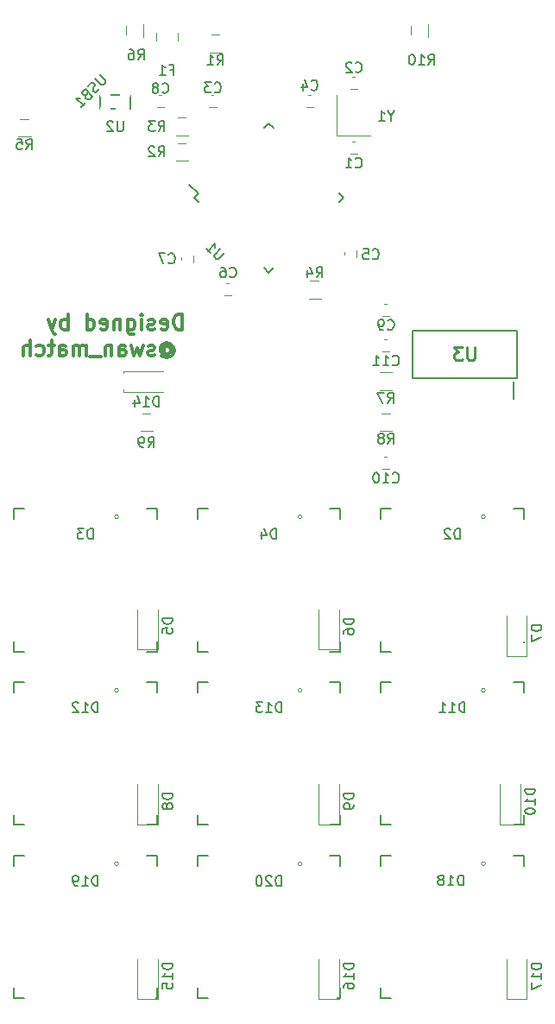
<source format=gbo>
G04 #@! TF.GenerationSoftware,KiCad,Pcbnew,5.0.2-bee76a0~70~ubuntu18.04.1*
G04 #@! TF.CreationDate,2019-12-18T01:53:03+09:00*
G04 #@! TF.ProjectId,ts9,7473392e-6b69-4636-9164-5f7063625858,rev?*
G04 #@! TF.SameCoordinates,Original*
G04 #@! TF.FileFunction,Legend,Bot*
G04 #@! TF.FilePolarity,Positive*
%FSLAX46Y46*%
G04 Gerber Fmt 4.6, Leading zero omitted, Abs format (unit mm)*
G04 Created by KiCad (PCBNEW 5.0.2-bee76a0~70~ubuntu18.04.1) date 2019年12月18日 01時53分03秒*
%MOMM*%
%LPD*%
G01*
G04 APERTURE LIST*
%ADD10C,0.300000*%
%ADD11C,0.120000*%
%ADD12C,0.150000*%
%ADD13C,0.200000*%
%ADD14C,0.254000*%
%ADD15C,4.960000*%
%ADD16C,2.350000*%
%ADD17C,2.100000*%
%ADD18R,2.100000X2.100000*%
%ADD19R,1.600000X1.800000*%
%ADD20R,1.200000X1.150000*%
%ADD21C,0.950000*%
%ADD22C,0.100000*%
%ADD23C,1.525000*%
%ADD24R,1.150000X1.200000*%
%ADD25R,0.850000X2.100000*%
%ADD26R,1.100000X1.700000*%
%ADD27R,1.900000X1.300000*%
%ADD28C,3.829000*%
%ADD29C,2.432000*%
%ADD30C,1.390600*%
%ADD31C,2.101800*%
%ADD32C,2.200000*%
%ADD33R,2.200000X2.200000*%
%ADD34R,1.600000X1.300000*%
%ADD35R,2.430000X1.540000*%
%ADD36R,1.700000X1.100000*%
%ADD37R,1.000000X1.100000*%
%ADD38R,1.400000X1.100000*%
%ADD39C,1.400000*%
%ADD40C,1.400000*%
%ADD41C,1.050000*%
%ADD42C,0.700000*%
%ADD43C,1.000000*%
%ADD44O,2.900000X2.100000*%
%ADD45C,1.600000*%
%ADD46C,2.400000*%
%ADD47R,1.300000X1.600000*%
G04 APERTURE END LIST*
D10*
X46575000Y-78828571D02*
X46575000Y-77328571D01*
X46217857Y-77328571D01*
X46003571Y-77400000D01*
X45860714Y-77542857D01*
X45789285Y-77685714D01*
X45717857Y-77971428D01*
X45717857Y-78185714D01*
X45789285Y-78471428D01*
X45860714Y-78614285D01*
X46003571Y-78757142D01*
X46217857Y-78828571D01*
X46575000Y-78828571D01*
X44503571Y-78757142D02*
X44646428Y-78828571D01*
X44932142Y-78828571D01*
X45075000Y-78757142D01*
X45146428Y-78614285D01*
X45146428Y-78042857D01*
X45075000Y-77900000D01*
X44932142Y-77828571D01*
X44646428Y-77828571D01*
X44503571Y-77900000D01*
X44432142Y-78042857D01*
X44432142Y-78185714D01*
X45146428Y-78328571D01*
X43860714Y-78757142D02*
X43717857Y-78828571D01*
X43432142Y-78828571D01*
X43289285Y-78757142D01*
X43217857Y-78614285D01*
X43217857Y-78542857D01*
X43289285Y-78400000D01*
X43432142Y-78328571D01*
X43646428Y-78328571D01*
X43789285Y-78257142D01*
X43860714Y-78114285D01*
X43860714Y-78042857D01*
X43789285Y-77900000D01*
X43646428Y-77828571D01*
X43432142Y-77828571D01*
X43289285Y-77900000D01*
X42575000Y-78828571D02*
X42575000Y-77828571D01*
X42575000Y-77328571D02*
X42646428Y-77400000D01*
X42575000Y-77471428D01*
X42503571Y-77400000D01*
X42575000Y-77328571D01*
X42575000Y-77471428D01*
X41217857Y-77828571D02*
X41217857Y-79042857D01*
X41289285Y-79185714D01*
X41360714Y-79257142D01*
X41503571Y-79328571D01*
X41717857Y-79328571D01*
X41860714Y-79257142D01*
X41217857Y-78757142D02*
X41360714Y-78828571D01*
X41646428Y-78828571D01*
X41789285Y-78757142D01*
X41860714Y-78685714D01*
X41932142Y-78542857D01*
X41932142Y-78114285D01*
X41860714Y-77971428D01*
X41789285Y-77900000D01*
X41646428Y-77828571D01*
X41360714Y-77828571D01*
X41217857Y-77900000D01*
X40503571Y-77828571D02*
X40503571Y-78828571D01*
X40503571Y-77971428D02*
X40432142Y-77900000D01*
X40289285Y-77828571D01*
X40075000Y-77828571D01*
X39932142Y-77900000D01*
X39860714Y-78042857D01*
X39860714Y-78828571D01*
X38575000Y-78757142D02*
X38717857Y-78828571D01*
X39003571Y-78828571D01*
X39146428Y-78757142D01*
X39217857Y-78614285D01*
X39217857Y-78042857D01*
X39146428Y-77900000D01*
X39003571Y-77828571D01*
X38717857Y-77828571D01*
X38575000Y-77900000D01*
X38503571Y-78042857D01*
X38503571Y-78185714D01*
X39217857Y-78328571D01*
X37217857Y-78828571D02*
X37217857Y-77328571D01*
X37217857Y-78757142D02*
X37360714Y-78828571D01*
X37646428Y-78828571D01*
X37789285Y-78757142D01*
X37860714Y-78685714D01*
X37932142Y-78542857D01*
X37932142Y-78114285D01*
X37860714Y-77971428D01*
X37789285Y-77900000D01*
X37646428Y-77828571D01*
X37360714Y-77828571D01*
X37217857Y-77900000D01*
X35360714Y-78828571D02*
X35360714Y-77328571D01*
X35360714Y-77900000D02*
X35217857Y-77828571D01*
X34932142Y-77828571D01*
X34789285Y-77900000D01*
X34717857Y-77971428D01*
X34646428Y-78114285D01*
X34646428Y-78542857D01*
X34717857Y-78685714D01*
X34789285Y-78757142D01*
X34932142Y-78828571D01*
X35217857Y-78828571D01*
X35360714Y-78757142D01*
X34146428Y-77828571D02*
X33789285Y-78828571D01*
X33432142Y-77828571D02*
X33789285Y-78828571D01*
X33932142Y-79185714D01*
X34003571Y-79257142D01*
X34146428Y-79328571D01*
X44789285Y-80664285D02*
X44860714Y-80592857D01*
X45003571Y-80521428D01*
X45146428Y-80521428D01*
X45289285Y-80592857D01*
X45360714Y-80664285D01*
X45432142Y-80807142D01*
X45432142Y-80950000D01*
X45360714Y-81092857D01*
X45289285Y-81164285D01*
X45146428Y-81235714D01*
X45003571Y-81235714D01*
X44860714Y-81164285D01*
X44789285Y-81092857D01*
X44789285Y-80521428D02*
X44789285Y-81092857D01*
X44717857Y-81164285D01*
X44646428Y-81164285D01*
X44503571Y-81092857D01*
X44432142Y-80950000D01*
X44432142Y-80592857D01*
X44575000Y-80378571D01*
X44789285Y-80235714D01*
X45075000Y-80164285D01*
X45360714Y-80235714D01*
X45575000Y-80378571D01*
X45717857Y-80592857D01*
X45789285Y-80878571D01*
X45717857Y-81164285D01*
X45575000Y-81378571D01*
X45360714Y-81521428D01*
X45075000Y-81592857D01*
X44789285Y-81521428D01*
X44575000Y-81378571D01*
X43860714Y-81307142D02*
X43717857Y-81378571D01*
X43432142Y-81378571D01*
X43289285Y-81307142D01*
X43217857Y-81164285D01*
X43217857Y-81092857D01*
X43289285Y-80950000D01*
X43432142Y-80878571D01*
X43646428Y-80878571D01*
X43789285Y-80807142D01*
X43860714Y-80664285D01*
X43860714Y-80592857D01*
X43789285Y-80450000D01*
X43646428Y-80378571D01*
X43432142Y-80378571D01*
X43289285Y-80450000D01*
X42717857Y-80378571D02*
X42432142Y-81378571D01*
X42146428Y-80664285D01*
X41860714Y-81378571D01*
X41575000Y-80378571D01*
X40360714Y-81378571D02*
X40360714Y-80592857D01*
X40432142Y-80450000D01*
X40575000Y-80378571D01*
X40860714Y-80378571D01*
X41003571Y-80450000D01*
X40360714Y-81307142D02*
X40503571Y-81378571D01*
X40860714Y-81378571D01*
X41003571Y-81307142D01*
X41075000Y-81164285D01*
X41075000Y-81021428D01*
X41003571Y-80878571D01*
X40860714Y-80807142D01*
X40503571Y-80807142D01*
X40360714Y-80735714D01*
X39646428Y-80378571D02*
X39646428Y-81378571D01*
X39646428Y-80521428D02*
X39575000Y-80450000D01*
X39432142Y-80378571D01*
X39217857Y-80378571D01*
X39075000Y-80450000D01*
X39003571Y-80592857D01*
X39003571Y-81378571D01*
X38646428Y-81521428D02*
X37503571Y-81521428D01*
X37146428Y-81378571D02*
X37146428Y-80378571D01*
X37146428Y-80521428D02*
X37075000Y-80450000D01*
X36932142Y-80378571D01*
X36717857Y-80378571D01*
X36575000Y-80450000D01*
X36503571Y-80592857D01*
X36503571Y-81378571D01*
X36503571Y-80592857D02*
X36432142Y-80450000D01*
X36289285Y-80378571D01*
X36075000Y-80378571D01*
X35932142Y-80450000D01*
X35860714Y-80592857D01*
X35860714Y-81378571D01*
X34503571Y-81378571D02*
X34503571Y-80592857D01*
X34575000Y-80450000D01*
X34717857Y-80378571D01*
X35003571Y-80378571D01*
X35146428Y-80450000D01*
X34503571Y-81307142D02*
X34646428Y-81378571D01*
X35003571Y-81378571D01*
X35146428Y-81307142D01*
X35217857Y-81164285D01*
X35217857Y-81021428D01*
X35146428Y-80878571D01*
X35003571Y-80807142D01*
X34646428Y-80807142D01*
X34503571Y-80735714D01*
X34003571Y-80378571D02*
X33432142Y-80378571D01*
X33789285Y-79878571D02*
X33789285Y-81164285D01*
X33717857Y-81307142D01*
X33575000Y-81378571D01*
X33432142Y-81378571D01*
X32289285Y-81307142D02*
X32432142Y-81378571D01*
X32717857Y-81378571D01*
X32860714Y-81307142D01*
X32932142Y-81235714D01*
X33003571Y-81092857D01*
X33003571Y-80664285D01*
X32932142Y-80521428D01*
X32860714Y-80450000D01*
X32717857Y-80378571D01*
X32432142Y-80378571D01*
X32289285Y-80450000D01*
X31646428Y-81378571D02*
X31646428Y-79878571D01*
X31003571Y-81378571D02*
X31003571Y-80592857D01*
X31075000Y-80450000D01*
X31217857Y-80378571D01*
X31432142Y-80378571D01*
X31575000Y-80450000D01*
X31646428Y-80521428D01*
D11*
G04 #@! TO.C,Y1*
X61756900Y-59855100D02*
X61756900Y-55855100D01*
X65056900Y-59855100D02*
X61756900Y-59855100D01*
G04 #@! TO.C,C2*
X63056900Y-55280100D02*
X63756900Y-55280100D01*
X63756900Y-54080100D02*
X63056900Y-54080100D01*
G04 #@! TO.C,C1*
X63056900Y-61630100D02*
X63756900Y-61630100D01*
X63756900Y-60430100D02*
X63056900Y-60430100D01*
D12*
G04 #@! TO.C,U1*
X47756445Y-65925000D02*
X48163031Y-65518414D01*
X55075000Y-73243555D02*
X55552297Y-72766258D01*
X62393555Y-65925000D02*
X61916258Y-66402297D01*
X55075000Y-58606445D02*
X54597703Y-59083742D01*
X47756445Y-65925000D02*
X48233742Y-66402297D01*
X55075000Y-58606445D02*
X55552297Y-59083742D01*
X62393555Y-65925000D02*
X61916258Y-65447703D01*
X55075000Y-73243555D02*
X54597703Y-72766258D01*
X48163031Y-65518414D02*
X47261470Y-64616852D01*
D11*
G04 #@! TO.C,C5*
X62475000Y-71075000D02*
X62475000Y-71775000D01*
X63675000Y-71775000D02*
X63675000Y-71075000D01*
D13*
G04 #@! TO.C,U3*
X79395000Y-83580000D02*
X79395000Y-78980000D01*
X79395000Y-78980000D02*
X69195000Y-78980000D01*
X69195000Y-78980000D02*
X69195000Y-83580000D01*
X69195000Y-83580000D02*
X79395000Y-83580000D01*
X79095000Y-85630000D02*
X79095000Y-83930000D01*
D11*
G04 #@! TO.C,C9*
X66225000Y-77525000D02*
X66925000Y-77525000D01*
X66925000Y-76325000D02*
X66225000Y-76325000D01*
G04 #@! TO.C,R7*
X65975000Y-84805000D02*
X67175000Y-84805000D01*
X67175000Y-83045000D02*
X65975000Y-83045000D01*
G04 #@! TO.C,R8*
X67175000Y-87045000D02*
X65975000Y-87045000D01*
X65975000Y-88805000D02*
X67175000Y-88805000D01*
G04 #@! TO.C,D3*
X40313500Y-97210500D02*
G75*
G03X40313500Y-97210500I-190500J0D01*
G01*
G04 #@! TO.C,D4*
X58313500Y-97210500D02*
G75*
G03X58313500Y-97210500I-190500J0D01*
G01*
G04 #@! TO.C,D2*
X76313500Y-97210500D02*
G75*
G03X76313500Y-97210500I-190500J0D01*
G01*
G04 #@! TO.C,D12*
X40313500Y-114210500D02*
G75*
G03X40313500Y-114210500I-190500J0D01*
G01*
G04 #@! TO.C,D13*
X58313500Y-114210500D02*
G75*
G03X58313500Y-114210500I-190500J0D01*
G01*
G04 #@! TO.C,D11*
X76313500Y-114210500D02*
G75*
G03X76313500Y-114210500I-190500J0D01*
G01*
G04 #@! TO.C,D19*
X40313500Y-131210500D02*
G75*
G03X40313500Y-131210500I-190500J0D01*
G01*
G04 #@! TO.C,D20*
X58313500Y-131248500D02*
G75*
G03X58313500Y-131248500I-190500J0D01*
G01*
G04 #@! TO.C,D18*
X76313500Y-131210500D02*
G75*
G03X76313500Y-131210500I-190500J0D01*
G01*
D12*
G04 #@! TO.C,SW1*
X30075000Y-97425000D02*
X30075000Y-96425000D01*
X30075000Y-96425000D02*
X31075000Y-96425000D01*
X31075000Y-110425000D02*
X30075000Y-110425000D01*
X30075000Y-110425000D02*
X30075000Y-109425000D01*
X44075000Y-109425000D02*
X44075000Y-110425000D01*
X44075000Y-110425000D02*
X43075000Y-110425000D01*
X43075000Y-96425000D02*
X44075000Y-96425000D01*
X44075000Y-96425000D02*
X44075000Y-97425000D01*
G04 #@! TO.C,SW2*
X48075000Y-97425000D02*
X48075000Y-96425000D01*
X48075000Y-96425000D02*
X49075000Y-96425000D01*
X49075000Y-110425000D02*
X48075000Y-110425000D01*
X48075000Y-110425000D02*
X48075000Y-109425000D01*
X62075000Y-109425000D02*
X62075000Y-110425000D01*
X62075000Y-110425000D02*
X61075000Y-110425000D01*
X61075000Y-96425000D02*
X62075000Y-96425000D01*
X62075000Y-96425000D02*
X62075000Y-97425000D01*
G04 #@! TO.C,SW3*
X66075000Y-97425000D02*
X66075000Y-96425000D01*
X66075000Y-96425000D02*
X67075000Y-96425000D01*
X67075000Y-110425000D02*
X66075000Y-110425000D01*
X66075000Y-110425000D02*
X66075000Y-109425000D01*
X80075000Y-109425000D02*
X80075000Y-110425000D01*
X80075000Y-110425000D02*
X79075000Y-110425000D01*
X79075000Y-96425000D02*
X80075000Y-96425000D01*
X80075000Y-96425000D02*
X80075000Y-97425000D01*
G04 #@! TO.C,SW4*
X30075000Y-114425000D02*
X30075000Y-113425000D01*
X30075000Y-113425000D02*
X31075000Y-113425000D01*
X31075000Y-127425000D02*
X30075000Y-127425000D01*
X30075000Y-127425000D02*
X30075000Y-126425000D01*
X44075000Y-126425000D02*
X44075000Y-127425000D01*
X44075000Y-127425000D02*
X43075000Y-127425000D01*
X43075000Y-113425000D02*
X44075000Y-113425000D01*
X44075000Y-113425000D02*
X44075000Y-114425000D01*
G04 #@! TO.C,SW5*
X48075000Y-114425000D02*
X48075000Y-113425000D01*
X48075000Y-113425000D02*
X49075000Y-113425000D01*
X49075000Y-127425000D02*
X48075000Y-127425000D01*
X48075000Y-127425000D02*
X48075000Y-126425000D01*
X62075000Y-126425000D02*
X62075000Y-127425000D01*
X62075000Y-127425000D02*
X61075000Y-127425000D01*
X61075000Y-113425000D02*
X62075000Y-113425000D01*
X62075000Y-113425000D02*
X62075000Y-114425000D01*
G04 #@! TO.C,SW6*
X66075000Y-114425000D02*
X66075000Y-113425000D01*
X66075000Y-113425000D02*
X67075000Y-113425000D01*
X67075000Y-127425000D02*
X66075000Y-127425000D01*
X66075000Y-127425000D02*
X66075000Y-126425000D01*
X80075000Y-126425000D02*
X80075000Y-127425000D01*
X80075000Y-127425000D02*
X79075000Y-127425000D01*
X79075000Y-113425000D02*
X80075000Y-113425000D01*
X80075000Y-113425000D02*
X80075000Y-114425000D01*
G04 #@! TO.C,SW7*
X30075000Y-131425000D02*
X30075000Y-130425000D01*
X30075000Y-130425000D02*
X31075000Y-130425000D01*
X31075000Y-144425000D02*
X30075000Y-144425000D01*
X30075000Y-144425000D02*
X30075000Y-143425000D01*
X44075000Y-143425000D02*
X44075000Y-144425000D01*
X44075000Y-144425000D02*
X43075000Y-144425000D01*
X43075000Y-130425000D02*
X44075000Y-130425000D01*
X44075000Y-130425000D02*
X44075000Y-131425000D01*
G04 #@! TO.C,SW8*
X48075000Y-131425000D02*
X48075000Y-130425000D01*
X48075000Y-130425000D02*
X49075000Y-130425000D01*
X49075000Y-144425000D02*
X48075000Y-144425000D01*
X48075000Y-144425000D02*
X48075000Y-143425000D01*
X62075000Y-143425000D02*
X62075000Y-144425000D01*
X62075000Y-144425000D02*
X61075000Y-144425000D01*
X61075000Y-130425000D02*
X62075000Y-130425000D01*
X62075000Y-130425000D02*
X62075000Y-131425000D01*
G04 #@! TO.C,SW9*
X66075000Y-131425000D02*
X66075000Y-130425000D01*
X66075000Y-130425000D02*
X67075000Y-130425000D01*
X67075000Y-144425000D02*
X66075000Y-144425000D01*
X66075000Y-144425000D02*
X66075000Y-143425000D01*
X80075000Y-143425000D02*
X80075000Y-144425000D01*
X80075000Y-144425000D02*
X79075000Y-144425000D01*
X79075000Y-130425000D02*
X80075000Y-130425000D01*
X80075000Y-130425000D02*
X80075000Y-131425000D01*
D11*
G04 #@! TO.C,C3*
X49225000Y-57025000D02*
X49925000Y-57025000D01*
X49925000Y-55825000D02*
X49225000Y-55825000D01*
G04 #@! TO.C,C4*
X59425000Y-55825000D02*
X58725000Y-55825000D01*
X58725000Y-57025000D02*
X59425000Y-57025000D01*
G04 #@! TO.C,C6*
X51425000Y-74325000D02*
X50725000Y-74325000D01*
X50725000Y-75525000D02*
X51425000Y-75525000D01*
G04 #@! TO.C,C7*
X46475000Y-71575000D02*
X46475000Y-72275000D01*
X47675000Y-72275000D02*
X47675000Y-71575000D01*
G04 #@! TO.C,D5*
X44180000Y-110200000D02*
X44180000Y-106300000D01*
X42180000Y-110200000D02*
X42180000Y-106300000D01*
X44180000Y-110200000D02*
X42180000Y-110200000D01*
G04 #@! TO.C,D6*
X61960000Y-110200000D02*
X61960000Y-106300000D01*
X59960000Y-110200000D02*
X59960000Y-106300000D01*
X61960000Y-110200000D02*
X59960000Y-110200000D01*
G04 #@! TO.C,D7*
X80375000Y-110835000D02*
X78375000Y-110835000D01*
X78375000Y-110835000D02*
X78375000Y-106935000D01*
X80375000Y-110835000D02*
X80375000Y-106935000D01*
G04 #@! TO.C,D8*
X44180000Y-127345000D02*
X44180000Y-123445000D01*
X42180000Y-127345000D02*
X42180000Y-123445000D01*
X44180000Y-127345000D02*
X42180000Y-127345000D01*
G04 #@! TO.C,D9*
X61960000Y-127345000D02*
X59960000Y-127345000D01*
X59960000Y-127345000D02*
X59960000Y-123445000D01*
X61960000Y-127345000D02*
X61960000Y-123445000D01*
G04 #@! TO.C,D10*
X79740000Y-127345000D02*
X79740000Y-123445000D01*
X77740000Y-127345000D02*
X77740000Y-123445000D01*
X79740000Y-127345000D02*
X77740000Y-127345000D01*
G04 #@! TO.C,D15*
X44180000Y-144490000D02*
X42180000Y-144490000D01*
X42180000Y-144490000D02*
X42180000Y-140590000D01*
X44180000Y-144490000D02*
X44180000Y-140590000D01*
G04 #@! TO.C,D16*
X61960000Y-144490000D02*
X61960000Y-140590000D01*
X59960000Y-144490000D02*
X59960000Y-140590000D01*
X61960000Y-144490000D02*
X59960000Y-144490000D01*
G04 #@! TO.C,D17*
X80375000Y-144490000D02*
X78375000Y-144490000D01*
X78375000Y-144490000D02*
X78375000Y-140590000D01*
X80375000Y-144490000D02*
X80375000Y-140590000D01*
G04 #@! TO.C,F1*
X44015000Y-49165000D02*
X44015000Y-51165000D01*
X46155000Y-51165000D02*
X46155000Y-49165000D01*
G04 #@! TO.C,R1*
X49245000Y-51680000D02*
X50445000Y-51680000D01*
X50445000Y-49920000D02*
X49245000Y-49920000D01*
G04 #@! TO.C,R2*
X45975000Y-62305000D02*
X47175000Y-62305000D01*
X47175000Y-60545000D02*
X45975000Y-60545000D01*
G04 #@! TO.C,R3*
X47175000Y-58045000D02*
X45975000Y-58045000D01*
X45975000Y-59805000D02*
X47175000Y-59805000D01*
G04 #@! TO.C,R4*
X60175000Y-74045000D02*
X58975000Y-74045000D01*
X58975000Y-75805000D02*
X60175000Y-75805000D01*
G04 #@! TO.C,R5*
X31715000Y-58175000D02*
X30515000Y-58175000D01*
X30515000Y-59935000D02*
X31715000Y-59935000D01*
G04 #@! TO.C,R6*
X42790000Y-50130000D02*
X42790000Y-48930000D01*
X41030000Y-48930000D02*
X41030000Y-50130000D01*
G04 #@! TO.C,R10*
X68970000Y-48930000D02*
X68970000Y-50130000D01*
X70730000Y-50130000D02*
X70730000Y-48930000D01*
D12*
G04 #@! TO.C,U2*
X38555000Y-57165000D02*
X38555000Y-55865000D01*
X41455000Y-57165000D02*
X38555000Y-57165000D01*
X41455000Y-55865000D02*
X41455000Y-57165000D01*
X41455000Y-55865000D02*
X38555000Y-55865000D01*
D11*
G04 #@! TO.C,C8*
X44100000Y-57025000D02*
X44800000Y-57025000D01*
X44800000Y-55825000D02*
X44100000Y-55825000D01*
G04 #@! TO.C,C10*
X66925000Y-91325000D02*
X66225000Y-91325000D01*
X66225000Y-92525000D02*
X66925000Y-92525000D01*
G04 #@! TO.C,C11*
X66925000Y-79825000D02*
X66225000Y-79825000D01*
X66225000Y-81025000D02*
X66925000Y-81025000D01*
G04 #@! TO.C,D14*
X40825000Y-84925000D02*
X44725000Y-84925000D01*
X40825000Y-82925000D02*
X44725000Y-82925000D01*
X40825000Y-84925000D02*
X40825000Y-82925000D01*
G04 #@! TO.C,R9*
X43675000Y-87045000D02*
X42475000Y-87045000D01*
X42475000Y-88805000D02*
X43675000Y-88805000D01*
G04 #@! TO.C,Y1*
D12*
X67051185Y-57901215D02*
X67051185Y-58377405D01*
X67384518Y-57377405D02*
X67051185Y-57901215D01*
X66717852Y-57377405D01*
X65860709Y-58377405D02*
X66432137Y-58377405D01*
X66146423Y-58377405D02*
X66146423Y-57377405D01*
X66241661Y-57520263D01*
X66336899Y-57615501D01*
X66432137Y-57663120D01*
G04 #@! TO.C,C2*
X63573566Y-53537242D02*
X63621185Y-53584861D01*
X63764042Y-53632480D01*
X63859280Y-53632480D01*
X64002138Y-53584861D01*
X64097376Y-53489623D01*
X64144995Y-53394385D01*
X64192614Y-53203909D01*
X64192614Y-53061052D01*
X64144995Y-52870576D01*
X64097376Y-52775338D01*
X64002138Y-52680100D01*
X63859280Y-52632480D01*
X63764042Y-52632480D01*
X63621185Y-52680100D01*
X63573566Y-52727719D01*
X63192614Y-52727719D02*
X63144995Y-52680100D01*
X63049757Y-52632480D01*
X62811661Y-52632480D01*
X62716423Y-52680100D01*
X62668804Y-52727719D01*
X62621185Y-52822957D01*
X62621185Y-52918195D01*
X62668804Y-53061052D01*
X63240233Y-53632480D01*
X62621185Y-53632480D01*
G04 #@! TO.C,C1*
X63573566Y-62887242D02*
X63621185Y-62934861D01*
X63764042Y-62982480D01*
X63859280Y-62982480D01*
X64002138Y-62934861D01*
X64097376Y-62839623D01*
X64144995Y-62744385D01*
X64192614Y-62553909D01*
X64192614Y-62411052D01*
X64144995Y-62220576D01*
X64097376Y-62125338D01*
X64002138Y-62030100D01*
X63859280Y-61982480D01*
X63764042Y-61982480D01*
X63621185Y-62030100D01*
X63573566Y-62077719D01*
X62621185Y-62982480D02*
X63192614Y-62982480D01*
X62906900Y-62982480D02*
X62906900Y-61982480D01*
X63002138Y-62125338D01*
X63097376Y-62220576D01*
X63192614Y-62268195D01*
G04 #@! TO.C,U1*
X50733027Y-71344468D02*
X50160607Y-71916888D01*
X50059592Y-71950560D01*
X49992248Y-71950560D01*
X49891233Y-71916888D01*
X49756546Y-71782201D01*
X49722874Y-71681186D01*
X49722874Y-71613842D01*
X49756546Y-71512827D01*
X50328966Y-70940407D01*
X48914752Y-70940407D02*
X49318813Y-71344468D01*
X49116783Y-71142438D02*
X49823889Y-70435331D01*
X49790218Y-70603690D01*
X49790218Y-70738377D01*
X49823889Y-70839392D01*
G04 #@! TO.C,C5*
X65241666Y-71857142D02*
X65289285Y-71904761D01*
X65432142Y-71952380D01*
X65527380Y-71952380D01*
X65670238Y-71904761D01*
X65765476Y-71809523D01*
X65813095Y-71714285D01*
X65860714Y-71523809D01*
X65860714Y-71380952D01*
X65813095Y-71190476D01*
X65765476Y-71095238D01*
X65670238Y-71000000D01*
X65527380Y-70952380D01*
X65432142Y-70952380D01*
X65289285Y-71000000D01*
X65241666Y-71047619D01*
X64336904Y-70952380D02*
X64813095Y-70952380D01*
X64860714Y-71428571D01*
X64813095Y-71380952D01*
X64717857Y-71333333D01*
X64479761Y-71333333D01*
X64384523Y-71380952D01*
X64336904Y-71428571D01*
X64289285Y-71523809D01*
X64289285Y-71761904D01*
X64336904Y-71857142D01*
X64384523Y-71904761D01*
X64479761Y-71952380D01*
X64717857Y-71952380D01*
X64813095Y-71904761D01*
X64860714Y-71857142D01*
G04 #@! TO.C,U3*
D14*
X75262619Y-80584523D02*
X75262619Y-81612619D01*
X75202142Y-81733571D01*
X75141666Y-81794047D01*
X75020714Y-81854523D01*
X74778809Y-81854523D01*
X74657857Y-81794047D01*
X74597380Y-81733571D01*
X74536904Y-81612619D01*
X74536904Y-80584523D01*
X74053095Y-80584523D02*
X73266904Y-80584523D01*
X73690238Y-81068333D01*
X73508809Y-81068333D01*
X73387857Y-81128809D01*
X73327380Y-81189285D01*
X73266904Y-81310238D01*
X73266904Y-81612619D01*
X73327380Y-81733571D01*
X73387857Y-81794047D01*
X73508809Y-81854523D01*
X73871666Y-81854523D01*
X73992619Y-81794047D01*
X74053095Y-81733571D01*
G04 #@! TO.C,C9*
D12*
X66741666Y-78782142D02*
X66789285Y-78829761D01*
X66932142Y-78877380D01*
X67027380Y-78877380D01*
X67170238Y-78829761D01*
X67265476Y-78734523D01*
X67313095Y-78639285D01*
X67360714Y-78448809D01*
X67360714Y-78305952D01*
X67313095Y-78115476D01*
X67265476Y-78020238D01*
X67170238Y-77925000D01*
X67027380Y-77877380D01*
X66932142Y-77877380D01*
X66789285Y-77925000D01*
X66741666Y-77972619D01*
X66265476Y-78877380D02*
X66075000Y-78877380D01*
X65979761Y-78829761D01*
X65932142Y-78782142D01*
X65836904Y-78639285D01*
X65789285Y-78448809D01*
X65789285Y-78067857D01*
X65836904Y-77972619D01*
X65884523Y-77925000D01*
X65979761Y-77877380D01*
X66170238Y-77877380D01*
X66265476Y-77925000D01*
X66313095Y-77972619D01*
X66360714Y-78067857D01*
X66360714Y-78305952D01*
X66313095Y-78401190D01*
X66265476Y-78448809D01*
X66170238Y-78496428D01*
X65979761Y-78496428D01*
X65884523Y-78448809D01*
X65836904Y-78401190D01*
X65789285Y-78305952D01*
G04 #@! TO.C,R7*
X66741666Y-86027380D02*
X67075000Y-85551190D01*
X67313095Y-86027380D02*
X67313095Y-85027380D01*
X66932142Y-85027380D01*
X66836904Y-85075000D01*
X66789285Y-85122619D01*
X66741666Y-85217857D01*
X66741666Y-85360714D01*
X66789285Y-85455952D01*
X66836904Y-85503571D01*
X66932142Y-85551190D01*
X67313095Y-85551190D01*
X66408333Y-85027380D02*
X65741666Y-85027380D01*
X66170238Y-86027380D01*
G04 #@! TO.C,R8*
X66741666Y-90027380D02*
X67075000Y-89551190D01*
X67313095Y-90027380D02*
X67313095Y-89027380D01*
X66932142Y-89027380D01*
X66836904Y-89075000D01*
X66789285Y-89122619D01*
X66741666Y-89217857D01*
X66741666Y-89360714D01*
X66789285Y-89455952D01*
X66836904Y-89503571D01*
X66932142Y-89551190D01*
X67313095Y-89551190D01*
X66170238Y-89455952D02*
X66265476Y-89408333D01*
X66313095Y-89360714D01*
X66360714Y-89265476D01*
X66360714Y-89217857D01*
X66313095Y-89122619D01*
X66265476Y-89075000D01*
X66170238Y-89027380D01*
X65979761Y-89027380D01*
X65884523Y-89075000D01*
X65836904Y-89122619D01*
X65789285Y-89217857D01*
X65789285Y-89265476D01*
X65836904Y-89360714D01*
X65884523Y-89408333D01*
X65979761Y-89455952D01*
X66170238Y-89455952D01*
X66265476Y-89503571D01*
X66313095Y-89551190D01*
X66360714Y-89646428D01*
X66360714Y-89836904D01*
X66313095Y-89932142D01*
X66265476Y-89979761D01*
X66170238Y-90027380D01*
X65979761Y-90027380D01*
X65884523Y-89979761D01*
X65836904Y-89932142D01*
X65789285Y-89836904D01*
X65789285Y-89646428D01*
X65836904Y-89551190D01*
X65884523Y-89503571D01*
X65979761Y-89455952D01*
G04 #@! TO.C,D3*
X37813095Y-99377380D02*
X37813095Y-98377380D01*
X37575000Y-98377380D01*
X37432142Y-98425000D01*
X37336904Y-98520238D01*
X37289285Y-98615476D01*
X37241666Y-98805952D01*
X37241666Y-98948809D01*
X37289285Y-99139285D01*
X37336904Y-99234523D01*
X37432142Y-99329761D01*
X37575000Y-99377380D01*
X37813095Y-99377380D01*
X36908333Y-98377380D02*
X36289285Y-98377380D01*
X36622619Y-98758333D01*
X36479761Y-98758333D01*
X36384523Y-98805952D01*
X36336904Y-98853571D01*
X36289285Y-98948809D01*
X36289285Y-99186904D01*
X36336904Y-99282142D01*
X36384523Y-99329761D01*
X36479761Y-99377380D01*
X36765476Y-99377380D01*
X36860714Y-99329761D01*
X36908333Y-99282142D01*
G04 #@! TO.C,D4*
X55813095Y-99377380D02*
X55813095Y-98377380D01*
X55575000Y-98377380D01*
X55432142Y-98425000D01*
X55336904Y-98520238D01*
X55289285Y-98615476D01*
X55241666Y-98805952D01*
X55241666Y-98948809D01*
X55289285Y-99139285D01*
X55336904Y-99234523D01*
X55432142Y-99329761D01*
X55575000Y-99377380D01*
X55813095Y-99377380D01*
X54384523Y-98710714D02*
X54384523Y-99377380D01*
X54622619Y-98329761D02*
X54860714Y-99044047D01*
X54241666Y-99044047D01*
G04 #@! TO.C,D2*
X73813095Y-99377380D02*
X73813095Y-98377380D01*
X73575000Y-98377380D01*
X73432142Y-98425000D01*
X73336904Y-98520238D01*
X73289285Y-98615476D01*
X73241666Y-98805952D01*
X73241666Y-98948809D01*
X73289285Y-99139285D01*
X73336904Y-99234523D01*
X73432142Y-99329761D01*
X73575000Y-99377380D01*
X73813095Y-99377380D01*
X72860714Y-98472619D02*
X72813095Y-98425000D01*
X72717857Y-98377380D01*
X72479761Y-98377380D01*
X72384523Y-98425000D01*
X72336904Y-98472619D01*
X72289285Y-98567857D01*
X72289285Y-98663095D01*
X72336904Y-98805952D01*
X72908333Y-99377380D01*
X72289285Y-99377380D01*
G04 #@! TO.C,D12*
X38289285Y-116377380D02*
X38289285Y-115377380D01*
X38051190Y-115377380D01*
X37908333Y-115425000D01*
X37813095Y-115520238D01*
X37765476Y-115615476D01*
X37717857Y-115805952D01*
X37717857Y-115948809D01*
X37765476Y-116139285D01*
X37813095Y-116234523D01*
X37908333Y-116329761D01*
X38051190Y-116377380D01*
X38289285Y-116377380D01*
X36765476Y-116377380D02*
X37336904Y-116377380D01*
X37051190Y-116377380D02*
X37051190Y-115377380D01*
X37146428Y-115520238D01*
X37241666Y-115615476D01*
X37336904Y-115663095D01*
X36384523Y-115472619D02*
X36336904Y-115425000D01*
X36241666Y-115377380D01*
X36003571Y-115377380D01*
X35908333Y-115425000D01*
X35860714Y-115472619D01*
X35813095Y-115567857D01*
X35813095Y-115663095D01*
X35860714Y-115805952D01*
X36432142Y-116377380D01*
X35813095Y-116377380D01*
G04 #@! TO.C,D13*
X56289285Y-116377380D02*
X56289285Y-115377380D01*
X56051190Y-115377380D01*
X55908333Y-115425000D01*
X55813095Y-115520238D01*
X55765476Y-115615476D01*
X55717857Y-115805952D01*
X55717857Y-115948809D01*
X55765476Y-116139285D01*
X55813095Y-116234523D01*
X55908333Y-116329761D01*
X56051190Y-116377380D01*
X56289285Y-116377380D01*
X54765476Y-116377380D02*
X55336904Y-116377380D01*
X55051190Y-116377380D02*
X55051190Y-115377380D01*
X55146428Y-115520238D01*
X55241666Y-115615476D01*
X55336904Y-115663095D01*
X54432142Y-115377380D02*
X53813095Y-115377380D01*
X54146428Y-115758333D01*
X54003571Y-115758333D01*
X53908333Y-115805952D01*
X53860714Y-115853571D01*
X53813095Y-115948809D01*
X53813095Y-116186904D01*
X53860714Y-116282142D01*
X53908333Y-116329761D01*
X54003571Y-116377380D01*
X54289285Y-116377380D01*
X54384523Y-116329761D01*
X54432142Y-116282142D01*
G04 #@! TO.C,D11*
X74289285Y-116377380D02*
X74289285Y-115377380D01*
X74051190Y-115377380D01*
X73908333Y-115425000D01*
X73813095Y-115520238D01*
X73765476Y-115615476D01*
X73717857Y-115805952D01*
X73717857Y-115948809D01*
X73765476Y-116139285D01*
X73813095Y-116234523D01*
X73908333Y-116329761D01*
X74051190Y-116377380D01*
X74289285Y-116377380D01*
X72765476Y-116377380D02*
X73336904Y-116377380D01*
X73051190Y-116377380D02*
X73051190Y-115377380D01*
X73146428Y-115520238D01*
X73241666Y-115615476D01*
X73336904Y-115663095D01*
X71813095Y-116377380D02*
X72384523Y-116377380D01*
X72098809Y-116377380D02*
X72098809Y-115377380D01*
X72194047Y-115520238D01*
X72289285Y-115615476D01*
X72384523Y-115663095D01*
G04 #@! TO.C,D19*
X38289285Y-133377380D02*
X38289285Y-132377380D01*
X38051190Y-132377380D01*
X37908333Y-132425000D01*
X37813095Y-132520238D01*
X37765476Y-132615476D01*
X37717857Y-132805952D01*
X37717857Y-132948809D01*
X37765476Y-133139285D01*
X37813095Y-133234523D01*
X37908333Y-133329761D01*
X38051190Y-133377380D01*
X38289285Y-133377380D01*
X36765476Y-133377380D02*
X37336904Y-133377380D01*
X37051190Y-133377380D02*
X37051190Y-132377380D01*
X37146428Y-132520238D01*
X37241666Y-132615476D01*
X37336904Y-132663095D01*
X36289285Y-133377380D02*
X36098809Y-133377380D01*
X36003571Y-133329761D01*
X35955952Y-133282142D01*
X35860714Y-133139285D01*
X35813095Y-132948809D01*
X35813095Y-132567857D01*
X35860714Y-132472619D01*
X35908333Y-132425000D01*
X36003571Y-132377380D01*
X36194047Y-132377380D01*
X36289285Y-132425000D01*
X36336904Y-132472619D01*
X36384523Y-132567857D01*
X36384523Y-132805952D01*
X36336904Y-132901190D01*
X36289285Y-132948809D01*
X36194047Y-132996428D01*
X36003571Y-132996428D01*
X35908333Y-132948809D01*
X35860714Y-132901190D01*
X35813095Y-132805952D01*
G04 #@! TO.C,D20*
X56289285Y-133415380D02*
X56289285Y-132415380D01*
X56051190Y-132415380D01*
X55908333Y-132463000D01*
X55813095Y-132558238D01*
X55765476Y-132653476D01*
X55717857Y-132843952D01*
X55717857Y-132986809D01*
X55765476Y-133177285D01*
X55813095Y-133272523D01*
X55908333Y-133367761D01*
X56051190Y-133415380D01*
X56289285Y-133415380D01*
X55336904Y-132510619D02*
X55289285Y-132463000D01*
X55194047Y-132415380D01*
X54955952Y-132415380D01*
X54860714Y-132463000D01*
X54813095Y-132510619D01*
X54765476Y-132605857D01*
X54765476Y-132701095D01*
X54813095Y-132843952D01*
X55384523Y-133415380D01*
X54765476Y-133415380D01*
X54146428Y-132415380D02*
X54051190Y-132415380D01*
X53955952Y-132463000D01*
X53908333Y-132510619D01*
X53860714Y-132605857D01*
X53813095Y-132796333D01*
X53813095Y-133034428D01*
X53860714Y-133224904D01*
X53908333Y-133320142D01*
X53955952Y-133367761D01*
X54051190Y-133415380D01*
X54146428Y-133415380D01*
X54241666Y-133367761D01*
X54289285Y-133320142D01*
X54336904Y-133224904D01*
X54384523Y-133034428D01*
X54384523Y-132796333D01*
X54336904Y-132605857D01*
X54289285Y-132510619D01*
X54241666Y-132463000D01*
X54146428Y-132415380D01*
G04 #@! TO.C,D18*
X74142781Y-133339683D02*
X74142781Y-132339683D01*
X73904686Y-132339683D01*
X73761829Y-132387303D01*
X73666591Y-132482541D01*
X73618972Y-132577779D01*
X73571353Y-132768255D01*
X73571353Y-132911112D01*
X73618972Y-133101588D01*
X73666591Y-133196826D01*
X73761829Y-133292064D01*
X73904686Y-133339683D01*
X74142781Y-133339683D01*
X72618972Y-133339683D02*
X73190400Y-133339683D01*
X72904686Y-133339683D02*
X72904686Y-132339683D01*
X72999924Y-132482541D01*
X73095162Y-132577779D01*
X73190400Y-132625398D01*
X72047543Y-132768255D02*
X72142781Y-132720636D01*
X72190400Y-132673017D01*
X72238019Y-132577779D01*
X72238019Y-132530160D01*
X72190400Y-132434922D01*
X72142781Y-132387303D01*
X72047543Y-132339683D01*
X71857067Y-132339683D01*
X71761829Y-132387303D01*
X71714210Y-132434922D01*
X71666591Y-132530160D01*
X71666591Y-132577779D01*
X71714210Y-132673017D01*
X71761829Y-132720636D01*
X71857067Y-132768255D01*
X72047543Y-132768255D01*
X72142781Y-132815874D01*
X72190400Y-132863493D01*
X72238019Y-132958731D01*
X72238019Y-133149207D01*
X72190400Y-133244445D01*
X72142781Y-133292064D01*
X72047543Y-133339683D01*
X71857067Y-133339683D01*
X71761829Y-133292064D01*
X71714210Y-133244445D01*
X71666591Y-133149207D01*
X71666591Y-132958731D01*
X71714210Y-132863493D01*
X71761829Y-132815874D01*
X71857067Y-132768255D01*
G04 #@! TO.C,SW1*
X38408333Y-104129761D02*
X38265476Y-104177380D01*
X38027380Y-104177380D01*
X37932142Y-104129761D01*
X37884523Y-104082142D01*
X37836904Y-103986904D01*
X37836904Y-103891666D01*
X37884523Y-103796428D01*
X37932142Y-103748809D01*
X38027380Y-103701190D01*
X38217857Y-103653571D01*
X38313095Y-103605952D01*
X38360714Y-103558333D01*
X38408333Y-103463095D01*
X38408333Y-103367857D01*
X38360714Y-103272619D01*
X38313095Y-103225000D01*
X38217857Y-103177380D01*
X37979761Y-103177380D01*
X37836904Y-103225000D01*
X37503571Y-103177380D02*
X37265476Y-104177380D01*
X37075000Y-103463095D01*
X36884523Y-104177380D01*
X36646428Y-103177380D01*
X35741666Y-104177380D02*
X36313095Y-104177380D01*
X36027380Y-104177380D02*
X36027380Y-103177380D01*
X36122619Y-103320238D01*
X36217857Y-103415476D01*
X36313095Y-103463095D01*
G04 #@! TO.C,SW2*
X56408333Y-104129761D02*
X56265476Y-104177380D01*
X56027380Y-104177380D01*
X55932142Y-104129761D01*
X55884523Y-104082142D01*
X55836904Y-103986904D01*
X55836904Y-103891666D01*
X55884523Y-103796428D01*
X55932142Y-103748809D01*
X56027380Y-103701190D01*
X56217857Y-103653571D01*
X56313095Y-103605952D01*
X56360714Y-103558333D01*
X56408333Y-103463095D01*
X56408333Y-103367857D01*
X56360714Y-103272619D01*
X56313095Y-103225000D01*
X56217857Y-103177380D01*
X55979761Y-103177380D01*
X55836904Y-103225000D01*
X55503571Y-103177380D02*
X55265476Y-104177380D01*
X55075000Y-103463095D01*
X54884523Y-104177380D01*
X54646428Y-103177380D01*
X54313095Y-103272619D02*
X54265476Y-103225000D01*
X54170238Y-103177380D01*
X53932142Y-103177380D01*
X53836904Y-103225000D01*
X53789285Y-103272619D01*
X53741666Y-103367857D01*
X53741666Y-103463095D01*
X53789285Y-103605952D01*
X54360714Y-104177380D01*
X53741666Y-104177380D01*
G04 #@! TO.C,SW3*
X74408333Y-104129761D02*
X74265476Y-104177380D01*
X74027380Y-104177380D01*
X73932142Y-104129761D01*
X73884523Y-104082142D01*
X73836904Y-103986904D01*
X73836904Y-103891666D01*
X73884523Y-103796428D01*
X73932142Y-103748809D01*
X74027380Y-103701190D01*
X74217857Y-103653571D01*
X74313095Y-103605952D01*
X74360714Y-103558333D01*
X74408333Y-103463095D01*
X74408333Y-103367857D01*
X74360714Y-103272619D01*
X74313095Y-103225000D01*
X74217857Y-103177380D01*
X73979761Y-103177380D01*
X73836904Y-103225000D01*
X73503571Y-103177380D02*
X73265476Y-104177380D01*
X73075000Y-103463095D01*
X72884523Y-104177380D01*
X72646428Y-103177380D01*
X72360714Y-103177380D02*
X71741666Y-103177380D01*
X72075000Y-103558333D01*
X71932142Y-103558333D01*
X71836904Y-103605952D01*
X71789285Y-103653571D01*
X71741666Y-103748809D01*
X71741666Y-103986904D01*
X71789285Y-104082142D01*
X71836904Y-104129761D01*
X71932142Y-104177380D01*
X72217857Y-104177380D01*
X72313095Y-104129761D01*
X72360714Y-104082142D01*
G04 #@! TO.C,SW4*
X38408333Y-121129761D02*
X38265476Y-121177380D01*
X38027380Y-121177380D01*
X37932142Y-121129761D01*
X37884523Y-121082142D01*
X37836904Y-120986904D01*
X37836904Y-120891666D01*
X37884523Y-120796428D01*
X37932142Y-120748809D01*
X38027380Y-120701190D01*
X38217857Y-120653571D01*
X38313095Y-120605952D01*
X38360714Y-120558333D01*
X38408333Y-120463095D01*
X38408333Y-120367857D01*
X38360714Y-120272619D01*
X38313095Y-120225000D01*
X38217857Y-120177380D01*
X37979761Y-120177380D01*
X37836904Y-120225000D01*
X37503571Y-120177380D02*
X37265476Y-121177380D01*
X37075000Y-120463095D01*
X36884523Y-121177380D01*
X36646428Y-120177380D01*
X35836904Y-120510714D02*
X35836904Y-121177380D01*
X36075000Y-120129761D02*
X36313095Y-120844047D01*
X35694047Y-120844047D01*
G04 #@! TO.C,SW5*
X56408333Y-121129761D02*
X56265476Y-121177380D01*
X56027380Y-121177380D01*
X55932142Y-121129761D01*
X55884523Y-121082142D01*
X55836904Y-120986904D01*
X55836904Y-120891666D01*
X55884523Y-120796428D01*
X55932142Y-120748809D01*
X56027380Y-120701190D01*
X56217857Y-120653571D01*
X56313095Y-120605952D01*
X56360714Y-120558333D01*
X56408333Y-120463095D01*
X56408333Y-120367857D01*
X56360714Y-120272619D01*
X56313095Y-120225000D01*
X56217857Y-120177380D01*
X55979761Y-120177380D01*
X55836904Y-120225000D01*
X55503571Y-120177380D02*
X55265476Y-121177380D01*
X55075000Y-120463095D01*
X54884523Y-121177380D01*
X54646428Y-120177380D01*
X53789285Y-120177380D02*
X54265476Y-120177380D01*
X54313095Y-120653571D01*
X54265476Y-120605952D01*
X54170238Y-120558333D01*
X53932142Y-120558333D01*
X53836904Y-120605952D01*
X53789285Y-120653571D01*
X53741666Y-120748809D01*
X53741666Y-120986904D01*
X53789285Y-121082142D01*
X53836904Y-121129761D01*
X53932142Y-121177380D01*
X54170238Y-121177380D01*
X54265476Y-121129761D01*
X54313095Y-121082142D01*
G04 #@! TO.C,SW6*
X74408333Y-121129761D02*
X74265476Y-121177380D01*
X74027380Y-121177380D01*
X73932142Y-121129761D01*
X73884523Y-121082142D01*
X73836904Y-120986904D01*
X73836904Y-120891666D01*
X73884523Y-120796428D01*
X73932142Y-120748809D01*
X74027380Y-120701190D01*
X74217857Y-120653571D01*
X74313095Y-120605952D01*
X74360714Y-120558333D01*
X74408333Y-120463095D01*
X74408333Y-120367857D01*
X74360714Y-120272619D01*
X74313095Y-120225000D01*
X74217857Y-120177380D01*
X73979761Y-120177380D01*
X73836904Y-120225000D01*
X73503571Y-120177380D02*
X73265476Y-121177380D01*
X73075000Y-120463095D01*
X72884523Y-121177380D01*
X72646428Y-120177380D01*
X71836904Y-120177380D02*
X72027380Y-120177380D01*
X72122619Y-120225000D01*
X72170238Y-120272619D01*
X72265476Y-120415476D01*
X72313095Y-120605952D01*
X72313095Y-120986904D01*
X72265476Y-121082142D01*
X72217857Y-121129761D01*
X72122619Y-121177380D01*
X71932142Y-121177380D01*
X71836904Y-121129761D01*
X71789285Y-121082142D01*
X71741666Y-120986904D01*
X71741666Y-120748809D01*
X71789285Y-120653571D01*
X71836904Y-120605952D01*
X71932142Y-120558333D01*
X72122619Y-120558333D01*
X72217857Y-120605952D01*
X72265476Y-120653571D01*
X72313095Y-120748809D01*
G04 #@! TO.C,SW7*
X38408333Y-138129761D02*
X38265476Y-138177380D01*
X38027380Y-138177380D01*
X37932142Y-138129761D01*
X37884523Y-138082142D01*
X37836904Y-137986904D01*
X37836904Y-137891666D01*
X37884523Y-137796428D01*
X37932142Y-137748809D01*
X38027380Y-137701190D01*
X38217857Y-137653571D01*
X38313095Y-137605952D01*
X38360714Y-137558333D01*
X38408333Y-137463095D01*
X38408333Y-137367857D01*
X38360714Y-137272619D01*
X38313095Y-137225000D01*
X38217857Y-137177380D01*
X37979761Y-137177380D01*
X37836904Y-137225000D01*
X37503571Y-137177380D02*
X37265476Y-138177380D01*
X37075000Y-137463095D01*
X36884523Y-138177380D01*
X36646428Y-137177380D01*
X36360714Y-137177380D02*
X35694047Y-137177380D01*
X36122619Y-138177380D01*
G04 #@! TO.C,SW8*
X56408333Y-138129761D02*
X56265476Y-138177380D01*
X56027380Y-138177380D01*
X55932142Y-138129761D01*
X55884523Y-138082142D01*
X55836904Y-137986904D01*
X55836904Y-137891666D01*
X55884523Y-137796428D01*
X55932142Y-137748809D01*
X56027380Y-137701190D01*
X56217857Y-137653571D01*
X56313095Y-137605952D01*
X56360714Y-137558333D01*
X56408333Y-137463095D01*
X56408333Y-137367857D01*
X56360714Y-137272619D01*
X56313095Y-137225000D01*
X56217857Y-137177380D01*
X55979761Y-137177380D01*
X55836904Y-137225000D01*
X55503571Y-137177380D02*
X55265476Y-138177380D01*
X55075000Y-137463095D01*
X54884523Y-138177380D01*
X54646428Y-137177380D01*
X54122619Y-137605952D02*
X54217857Y-137558333D01*
X54265476Y-137510714D01*
X54313095Y-137415476D01*
X54313095Y-137367857D01*
X54265476Y-137272619D01*
X54217857Y-137225000D01*
X54122619Y-137177380D01*
X53932142Y-137177380D01*
X53836904Y-137225000D01*
X53789285Y-137272619D01*
X53741666Y-137367857D01*
X53741666Y-137415476D01*
X53789285Y-137510714D01*
X53836904Y-137558333D01*
X53932142Y-137605952D01*
X54122619Y-137605952D01*
X54217857Y-137653571D01*
X54265476Y-137701190D01*
X54313095Y-137796428D01*
X54313095Y-137986904D01*
X54265476Y-138082142D01*
X54217857Y-138129761D01*
X54122619Y-138177380D01*
X53932142Y-138177380D01*
X53836904Y-138129761D01*
X53789285Y-138082142D01*
X53741666Y-137986904D01*
X53741666Y-137796428D01*
X53789285Y-137701190D01*
X53836904Y-137653571D01*
X53932142Y-137605952D01*
G04 #@! TO.C,SW9*
X74408333Y-138129761D02*
X74265476Y-138177380D01*
X74027380Y-138177380D01*
X73932142Y-138129761D01*
X73884523Y-138082142D01*
X73836904Y-137986904D01*
X73836904Y-137891666D01*
X73884523Y-137796428D01*
X73932142Y-137748809D01*
X74027380Y-137701190D01*
X74217857Y-137653571D01*
X74313095Y-137605952D01*
X74360714Y-137558333D01*
X74408333Y-137463095D01*
X74408333Y-137367857D01*
X74360714Y-137272619D01*
X74313095Y-137225000D01*
X74217857Y-137177380D01*
X73979761Y-137177380D01*
X73836904Y-137225000D01*
X73503571Y-137177380D02*
X73265476Y-138177380D01*
X73075000Y-137463095D01*
X72884523Y-138177380D01*
X72646428Y-137177380D01*
X72217857Y-138177380D02*
X72027380Y-138177380D01*
X71932142Y-138129761D01*
X71884523Y-138082142D01*
X71789285Y-137939285D01*
X71741666Y-137748809D01*
X71741666Y-137367857D01*
X71789285Y-137272619D01*
X71836904Y-137225000D01*
X71932142Y-137177380D01*
X72122619Y-137177380D01*
X72217857Y-137225000D01*
X72265476Y-137272619D01*
X72313095Y-137367857D01*
X72313095Y-137605952D01*
X72265476Y-137701190D01*
X72217857Y-137748809D01*
X72122619Y-137796428D01*
X71932142Y-137796428D01*
X71836904Y-137748809D01*
X71789285Y-137701190D01*
X71741666Y-137605952D01*
G04 #@! TO.C,C3*
X49741666Y-55512142D02*
X49789285Y-55559761D01*
X49932142Y-55607380D01*
X50027380Y-55607380D01*
X50170238Y-55559761D01*
X50265476Y-55464523D01*
X50313095Y-55369285D01*
X50360714Y-55178809D01*
X50360714Y-55035952D01*
X50313095Y-54845476D01*
X50265476Y-54750238D01*
X50170238Y-54655000D01*
X50027380Y-54607380D01*
X49932142Y-54607380D01*
X49789285Y-54655000D01*
X49741666Y-54702619D01*
X49408333Y-54607380D02*
X48789285Y-54607380D01*
X49122619Y-54988333D01*
X48979761Y-54988333D01*
X48884523Y-55035952D01*
X48836904Y-55083571D01*
X48789285Y-55178809D01*
X48789285Y-55416904D01*
X48836904Y-55512142D01*
X48884523Y-55559761D01*
X48979761Y-55607380D01*
X49265476Y-55607380D01*
X49360714Y-55559761D01*
X49408333Y-55512142D01*
G04 #@! TO.C,C4*
X59241666Y-55282142D02*
X59289285Y-55329761D01*
X59432142Y-55377380D01*
X59527380Y-55377380D01*
X59670238Y-55329761D01*
X59765476Y-55234523D01*
X59813095Y-55139285D01*
X59860714Y-54948809D01*
X59860714Y-54805952D01*
X59813095Y-54615476D01*
X59765476Y-54520238D01*
X59670238Y-54425000D01*
X59527380Y-54377380D01*
X59432142Y-54377380D01*
X59289285Y-54425000D01*
X59241666Y-54472619D01*
X58384523Y-54710714D02*
X58384523Y-55377380D01*
X58622619Y-54329761D02*
X58860714Y-55044047D01*
X58241666Y-55044047D01*
G04 #@! TO.C,C6*
X51241666Y-73644047D02*
X51289285Y-73691666D01*
X51432142Y-73739285D01*
X51527380Y-73739285D01*
X51670238Y-73691666D01*
X51765476Y-73596428D01*
X51813095Y-73501190D01*
X51860714Y-73310714D01*
X51860714Y-73167857D01*
X51813095Y-72977381D01*
X51765476Y-72882143D01*
X51670238Y-72786905D01*
X51527380Y-72739285D01*
X51432142Y-72739285D01*
X51289285Y-72786905D01*
X51241666Y-72834524D01*
X50384523Y-72739285D02*
X50575000Y-72739285D01*
X50670238Y-72786905D01*
X50717857Y-72834524D01*
X50813095Y-72977381D01*
X50860714Y-73167857D01*
X50860714Y-73548809D01*
X50813095Y-73644047D01*
X50765476Y-73691666D01*
X50670238Y-73739285D01*
X50479761Y-73739285D01*
X50384523Y-73691666D01*
X50336904Y-73644047D01*
X50289285Y-73548809D01*
X50289285Y-73310714D01*
X50336904Y-73215476D01*
X50384523Y-73167857D01*
X50479761Y-73120238D01*
X50670238Y-73120238D01*
X50765476Y-73167857D01*
X50813095Y-73215476D01*
X50860714Y-73310714D01*
G04 #@! TO.C,C7*
X45241666Y-72282142D02*
X45289285Y-72329761D01*
X45432142Y-72377380D01*
X45527380Y-72377380D01*
X45670238Y-72329761D01*
X45765476Y-72234523D01*
X45813095Y-72139285D01*
X45860714Y-71948809D01*
X45860714Y-71805952D01*
X45813095Y-71615476D01*
X45765476Y-71520238D01*
X45670238Y-71425000D01*
X45527380Y-71377380D01*
X45432142Y-71377380D01*
X45289285Y-71425000D01*
X45241666Y-71472619D01*
X44908333Y-71377380D02*
X44241666Y-71377380D01*
X44670238Y-72377380D01*
G04 #@! TO.C,D5*
X45632380Y-107139665D02*
X44632380Y-107139665D01*
X44632380Y-107377761D01*
X44680000Y-107520618D01*
X44775238Y-107615856D01*
X44870476Y-107663475D01*
X45060952Y-107711094D01*
X45203809Y-107711094D01*
X45394285Y-107663475D01*
X45489523Y-107615856D01*
X45584761Y-107520618D01*
X45632380Y-107377761D01*
X45632380Y-107139665D01*
X44632380Y-108615856D02*
X44632380Y-108139665D01*
X45108571Y-108092046D01*
X45060952Y-108139665D01*
X45013333Y-108234903D01*
X45013333Y-108472999D01*
X45060952Y-108568237D01*
X45108571Y-108615856D01*
X45203809Y-108663475D01*
X45441904Y-108663475D01*
X45537142Y-108615856D01*
X45584761Y-108568237D01*
X45632380Y-108472999D01*
X45632380Y-108234903D01*
X45584761Y-108139665D01*
X45537142Y-108092046D01*
G04 #@! TO.C,D6*
X63412380Y-107211904D02*
X62412380Y-107211904D01*
X62412380Y-107450000D01*
X62460000Y-107592857D01*
X62555238Y-107688095D01*
X62650476Y-107735714D01*
X62840952Y-107783333D01*
X62983809Y-107783333D01*
X63174285Y-107735714D01*
X63269523Y-107688095D01*
X63364761Y-107592857D01*
X63412380Y-107450000D01*
X63412380Y-107211904D01*
X62412380Y-108640476D02*
X62412380Y-108450000D01*
X62460000Y-108354761D01*
X62507619Y-108307142D01*
X62650476Y-108211904D01*
X62840952Y-108164285D01*
X63221904Y-108164285D01*
X63317142Y-108211904D01*
X63364761Y-108259523D01*
X63412380Y-108354761D01*
X63412380Y-108545238D01*
X63364761Y-108640476D01*
X63317142Y-108688095D01*
X63221904Y-108735714D01*
X62983809Y-108735714D01*
X62888571Y-108688095D01*
X62840952Y-108640476D01*
X62793333Y-108545238D01*
X62793333Y-108354761D01*
X62840952Y-108259523D01*
X62888571Y-108211904D01*
X62983809Y-108164285D01*
G04 #@! TO.C,D7*
X81827380Y-107846904D02*
X80827380Y-107846904D01*
X80827380Y-108085000D01*
X80875000Y-108227857D01*
X80970238Y-108323095D01*
X81065476Y-108370714D01*
X81255952Y-108418333D01*
X81398809Y-108418333D01*
X81589285Y-108370714D01*
X81684523Y-108323095D01*
X81779761Y-108227857D01*
X81827380Y-108085000D01*
X81827380Y-107846904D01*
X80827380Y-108751666D02*
X80827380Y-109418333D01*
X81827380Y-108989761D01*
G04 #@! TO.C,D8*
X45632380Y-124356904D02*
X44632380Y-124356904D01*
X44632380Y-124595000D01*
X44680000Y-124737857D01*
X44775238Y-124833095D01*
X44870476Y-124880714D01*
X45060952Y-124928333D01*
X45203809Y-124928333D01*
X45394285Y-124880714D01*
X45489523Y-124833095D01*
X45584761Y-124737857D01*
X45632380Y-124595000D01*
X45632380Y-124356904D01*
X45060952Y-125499761D02*
X45013333Y-125404523D01*
X44965714Y-125356904D01*
X44870476Y-125309285D01*
X44822857Y-125309285D01*
X44727619Y-125356904D01*
X44680000Y-125404523D01*
X44632380Y-125499761D01*
X44632380Y-125690238D01*
X44680000Y-125785476D01*
X44727619Y-125833095D01*
X44822857Y-125880714D01*
X44870476Y-125880714D01*
X44965714Y-125833095D01*
X45013333Y-125785476D01*
X45060952Y-125690238D01*
X45060952Y-125499761D01*
X45108571Y-125404523D01*
X45156190Y-125356904D01*
X45251428Y-125309285D01*
X45441904Y-125309285D01*
X45537142Y-125356904D01*
X45584761Y-125404523D01*
X45632380Y-125499761D01*
X45632380Y-125690238D01*
X45584761Y-125785476D01*
X45537142Y-125833095D01*
X45441904Y-125880714D01*
X45251428Y-125880714D01*
X45156190Y-125833095D01*
X45108571Y-125785476D01*
X45060952Y-125690238D01*
G04 #@! TO.C,D9*
X63412380Y-124356904D02*
X62412380Y-124356904D01*
X62412380Y-124595000D01*
X62460000Y-124737857D01*
X62555238Y-124833095D01*
X62650476Y-124880714D01*
X62840952Y-124928333D01*
X62983809Y-124928333D01*
X63174285Y-124880714D01*
X63269523Y-124833095D01*
X63364761Y-124737857D01*
X63412380Y-124595000D01*
X63412380Y-124356904D01*
X63412380Y-125404523D02*
X63412380Y-125595000D01*
X63364761Y-125690238D01*
X63317142Y-125737857D01*
X63174285Y-125833095D01*
X62983809Y-125880714D01*
X62602857Y-125880714D01*
X62507619Y-125833095D01*
X62460000Y-125785476D01*
X62412380Y-125690238D01*
X62412380Y-125499761D01*
X62460000Y-125404523D01*
X62507619Y-125356904D01*
X62602857Y-125309285D01*
X62840952Y-125309285D01*
X62936190Y-125356904D01*
X62983809Y-125404523D01*
X63031428Y-125499761D01*
X63031428Y-125690238D01*
X62983809Y-125785476D01*
X62936190Y-125833095D01*
X62840952Y-125880714D01*
G04 #@! TO.C,D10*
X81192380Y-123880714D02*
X80192380Y-123880714D01*
X80192380Y-124118809D01*
X80240000Y-124261666D01*
X80335238Y-124356904D01*
X80430476Y-124404523D01*
X80620952Y-124452142D01*
X80763809Y-124452142D01*
X80954285Y-124404523D01*
X81049523Y-124356904D01*
X81144761Y-124261666D01*
X81192380Y-124118809D01*
X81192380Y-123880714D01*
X81192380Y-125404523D02*
X81192380Y-124833095D01*
X81192380Y-125118809D02*
X80192380Y-125118809D01*
X80335238Y-125023571D01*
X80430476Y-124928333D01*
X80478095Y-124833095D01*
X80192380Y-126023571D02*
X80192380Y-126118809D01*
X80240000Y-126214047D01*
X80287619Y-126261666D01*
X80382857Y-126309285D01*
X80573333Y-126356904D01*
X80811428Y-126356904D01*
X81001904Y-126309285D01*
X81097142Y-126261666D01*
X81144761Y-126214047D01*
X81192380Y-126118809D01*
X81192380Y-126023571D01*
X81144761Y-125928333D01*
X81097142Y-125880714D01*
X81001904Y-125833095D01*
X80811428Y-125785476D01*
X80573333Y-125785476D01*
X80382857Y-125833095D01*
X80287619Y-125880714D01*
X80240000Y-125928333D01*
X80192380Y-126023571D01*
G04 #@! TO.C,D15*
X45632380Y-141025714D02*
X44632380Y-141025714D01*
X44632380Y-141263809D01*
X44680000Y-141406666D01*
X44775238Y-141501904D01*
X44870476Y-141549523D01*
X45060952Y-141597142D01*
X45203809Y-141597142D01*
X45394285Y-141549523D01*
X45489523Y-141501904D01*
X45584761Y-141406666D01*
X45632380Y-141263809D01*
X45632380Y-141025714D01*
X45632380Y-142549523D02*
X45632380Y-141978095D01*
X45632380Y-142263809D02*
X44632380Y-142263809D01*
X44775238Y-142168571D01*
X44870476Y-142073333D01*
X44918095Y-141978095D01*
X44632380Y-143454285D02*
X44632380Y-142978095D01*
X45108571Y-142930476D01*
X45060952Y-142978095D01*
X45013333Y-143073333D01*
X45013333Y-143311428D01*
X45060952Y-143406666D01*
X45108571Y-143454285D01*
X45203809Y-143501904D01*
X45441904Y-143501904D01*
X45537142Y-143454285D01*
X45584761Y-143406666D01*
X45632380Y-143311428D01*
X45632380Y-143073333D01*
X45584761Y-142978095D01*
X45537142Y-142930476D01*
G04 #@! TO.C,D16*
X63412380Y-141025714D02*
X62412380Y-141025714D01*
X62412380Y-141263809D01*
X62460000Y-141406666D01*
X62555238Y-141501904D01*
X62650476Y-141549523D01*
X62840952Y-141597142D01*
X62983809Y-141597142D01*
X63174285Y-141549523D01*
X63269523Y-141501904D01*
X63364761Y-141406666D01*
X63412380Y-141263809D01*
X63412380Y-141025714D01*
X63412380Y-142549523D02*
X63412380Y-141978095D01*
X63412380Y-142263809D02*
X62412380Y-142263809D01*
X62555238Y-142168571D01*
X62650476Y-142073333D01*
X62698095Y-141978095D01*
X62412380Y-143406666D02*
X62412380Y-143216190D01*
X62460000Y-143120952D01*
X62507619Y-143073333D01*
X62650476Y-142978095D01*
X62840952Y-142930476D01*
X63221904Y-142930476D01*
X63317142Y-142978095D01*
X63364761Y-143025714D01*
X63412380Y-143120952D01*
X63412380Y-143311428D01*
X63364761Y-143406666D01*
X63317142Y-143454285D01*
X63221904Y-143501904D01*
X62983809Y-143501904D01*
X62888571Y-143454285D01*
X62840952Y-143406666D01*
X62793333Y-143311428D01*
X62793333Y-143120952D01*
X62840952Y-143025714D01*
X62888571Y-142978095D01*
X62983809Y-142930476D01*
G04 #@! TO.C,D17*
X81827380Y-141025714D02*
X80827380Y-141025714D01*
X80827380Y-141263809D01*
X80875000Y-141406666D01*
X80970238Y-141501904D01*
X81065476Y-141549523D01*
X81255952Y-141597142D01*
X81398809Y-141597142D01*
X81589285Y-141549523D01*
X81684523Y-141501904D01*
X81779761Y-141406666D01*
X81827380Y-141263809D01*
X81827380Y-141025714D01*
X81827380Y-142549523D02*
X81827380Y-141978095D01*
X81827380Y-142263809D02*
X80827380Y-142263809D01*
X80970238Y-142168571D01*
X81065476Y-142073333D01*
X81113095Y-141978095D01*
X80827380Y-142882857D02*
X80827380Y-143549523D01*
X81827380Y-143120952D01*
G04 #@! TO.C,F1*
X45408333Y-53353571D02*
X45741666Y-53353571D01*
X45741666Y-53877380D02*
X45741666Y-52877380D01*
X45265476Y-52877380D01*
X44360714Y-53877380D02*
X44932142Y-53877380D01*
X44646428Y-53877380D02*
X44646428Y-52877380D01*
X44741666Y-53020238D01*
X44836904Y-53115476D01*
X44932142Y-53163095D01*
G04 #@! TO.C,R1*
X50011666Y-52902380D02*
X50345000Y-52426190D01*
X50583095Y-52902380D02*
X50583095Y-51902380D01*
X50202142Y-51902380D01*
X50106904Y-51950000D01*
X50059285Y-51997619D01*
X50011666Y-52092857D01*
X50011666Y-52235714D01*
X50059285Y-52330952D01*
X50106904Y-52378571D01*
X50202142Y-52426190D01*
X50583095Y-52426190D01*
X49059285Y-52902380D02*
X49630714Y-52902380D01*
X49345000Y-52902380D02*
X49345000Y-51902380D01*
X49440238Y-52045238D01*
X49535476Y-52140476D01*
X49630714Y-52188095D01*
G04 #@! TO.C,R2*
X44241666Y-61877380D02*
X44575000Y-61401190D01*
X44813095Y-61877380D02*
X44813095Y-60877380D01*
X44432142Y-60877380D01*
X44336904Y-60925000D01*
X44289285Y-60972619D01*
X44241666Y-61067857D01*
X44241666Y-61210714D01*
X44289285Y-61305952D01*
X44336904Y-61353571D01*
X44432142Y-61401190D01*
X44813095Y-61401190D01*
X43860714Y-60972619D02*
X43813095Y-60925000D01*
X43717857Y-60877380D01*
X43479761Y-60877380D01*
X43384523Y-60925000D01*
X43336904Y-60972619D01*
X43289285Y-61067857D01*
X43289285Y-61163095D01*
X43336904Y-61305952D01*
X43908333Y-61877380D01*
X43289285Y-61877380D01*
G04 #@! TO.C,R3*
X44241666Y-59377380D02*
X44575000Y-58901190D01*
X44813095Y-59377380D02*
X44813095Y-58377380D01*
X44432142Y-58377380D01*
X44336904Y-58425000D01*
X44289285Y-58472619D01*
X44241666Y-58567857D01*
X44241666Y-58710714D01*
X44289285Y-58805952D01*
X44336904Y-58853571D01*
X44432142Y-58901190D01*
X44813095Y-58901190D01*
X43908333Y-58377380D02*
X43289285Y-58377380D01*
X43622619Y-58758333D01*
X43479761Y-58758333D01*
X43384523Y-58805952D01*
X43336904Y-58853571D01*
X43289285Y-58948809D01*
X43289285Y-59186904D01*
X43336904Y-59282142D01*
X43384523Y-59329761D01*
X43479761Y-59377380D01*
X43765476Y-59377380D01*
X43860714Y-59329761D01*
X43908333Y-59282142D01*
G04 #@! TO.C,R4*
X59741666Y-73727380D02*
X60075000Y-73251190D01*
X60313095Y-73727380D02*
X60313095Y-72727380D01*
X59932142Y-72727380D01*
X59836904Y-72775000D01*
X59789285Y-72822619D01*
X59741666Y-72917857D01*
X59741666Y-73060714D01*
X59789285Y-73155952D01*
X59836904Y-73203571D01*
X59932142Y-73251190D01*
X60313095Y-73251190D01*
X58884523Y-73060714D02*
X58884523Y-73727380D01*
X59122619Y-72679761D02*
X59360714Y-73394047D01*
X58741666Y-73394047D01*
G04 #@! TO.C,R5*
X31281666Y-61157380D02*
X31615000Y-60681190D01*
X31853095Y-61157380D02*
X31853095Y-60157380D01*
X31472142Y-60157380D01*
X31376904Y-60205000D01*
X31329285Y-60252619D01*
X31281666Y-60347857D01*
X31281666Y-60490714D01*
X31329285Y-60585952D01*
X31376904Y-60633571D01*
X31472142Y-60681190D01*
X31853095Y-60681190D01*
X30376904Y-60157380D02*
X30853095Y-60157380D01*
X30900714Y-60633571D01*
X30853095Y-60585952D01*
X30757857Y-60538333D01*
X30519761Y-60538333D01*
X30424523Y-60585952D01*
X30376904Y-60633571D01*
X30329285Y-60728809D01*
X30329285Y-60966904D01*
X30376904Y-61062142D01*
X30424523Y-61109761D01*
X30519761Y-61157380D01*
X30757857Y-61157380D01*
X30853095Y-61109761D01*
X30900714Y-61062142D01*
G04 #@! TO.C,R6*
X42241666Y-52377380D02*
X42575000Y-51901190D01*
X42813095Y-52377380D02*
X42813095Y-51377380D01*
X42432142Y-51377380D01*
X42336904Y-51425000D01*
X42289285Y-51472619D01*
X42241666Y-51567857D01*
X42241666Y-51710714D01*
X42289285Y-51805952D01*
X42336904Y-51853571D01*
X42432142Y-51901190D01*
X42813095Y-51901190D01*
X41384523Y-51377380D02*
X41575000Y-51377380D01*
X41670238Y-51425000D01*
X41717857Y-51472619D01*
X41813095Y-51615476D01*
X41860714Y-51805952D01*
X41860714Y-52186904D01*
X41813095Y-52282142D01*
X41765476Y-52329761D01*
X41670238Y-52377380D01*
X41479761Y-52377380D01*
X41384523Y-52329761D01*
X41336904Y-52282142D01*
X41289285Y-52186904D01*
X41289285Y-51948809D01*
X41336904Y-51853571D01*
X41384523Y-51805952D01*
X41479761Y-51758333D01*
X41670238Y-51758333D01*
X41765476Y-51805952D01*
X41813095Y-51853571D01*
X41860714Y-51948809D01*
G04 #@! TO.C,R10*
X70717857Y-52877380D02*
X71051190Y-52401190D01*
X71289285Y-52877380D02*
X71289285Y-51877380D01*
X70908333Y-51877380D01*
X70813095Y-51925000D01*
X70765476Y-51972619D01*
X70717857Y-52067857D01*
X70717857Y-52210714D01*
X70765476Y-52305952D01*
X70813095Y-52353571D01*
X70908333Y-52401190D01*
X71289285Y-52401190D01*
X69765476Y-52877380D02*
X70336904Y-52877380D01*
X70051190Y-52877380D02*
X70051190Y-51877380D01*
X70146428Y-52020238D01*
X70241666Y-52115476D01*
X70336904Y-52163095D01*
X69146428Y-51877380D02*
X69051190Y-51877380D01*
X68955952Y-51925000D01*
X68908333Y-51972619D01*
X68860714Y-52067857D01*
X68813095Y-52258333D01*
X68813095Y-52496428D01*
X68860714Y-52686904D01*
X68908333Y-52782142D01*
X68955952Y-52829761D01*
X69051190Y-52877380D01*
X69146428Y-52877380D01*
X69241666Y-52829761D01*
X69289285Y-52782142D01*
X69336904Y-52686904D01*
X69384523Y-52496428D01*
X69384523Y-52258333D01*
X69336904Y-52067857D01*
X69289285Y-51972619D01*
X69241666Y-51925000D01*
X69146428Y-51877380D01*
G04 #@! TO.C,U2*
X40766904Y-58417380D02*
X40766904Y-59226904D01*
X40719285Y-59322142D01*
X40671666Y-59369761D01*
X40576428Y-59417380D01*
X40385952Y-59417380D01*
X40290714Y-59369761D01*
X40243095Y-59322142D01*
X40195476Y-59226904D01*
X40195476Y-58417380D01*
X39766904Y-58512619D02*
X39719285Y-58465000D01*
X39624047Y-58417380D01*
X39385952Y-58417380D01*
X39290714Y-58465000D01*
X39243095Y-58512619D01*
X39195476Y-58607857D01*
X39195476Y-58703095D01*
X39243095Y-58845952D01*
X39814523Y-59417380D01*
X39195476Y-59417380D01*
G04 #@! TO.C,USB1*
X38457531Y-53849493D02*
X39029951Y-54421913D01*
X39063623Y-54522928D01*
X39063623Y-54590272D01*
X39029951Y-54691287D01*
X38895264Y-54825974D01*
X38794249Y-54859646D01*
X38726905Y-54859646D01*
X38625890Y-54825974D01*
X38053470Y-54253554D01*
X38423860Y-55230035D02*
X38356516Y-55364722D01*
X38188157Y-55533081D01*
X38087142Y-55566753D01*
X38019799Y-55566753D01*
X37918783Y-55533081D01*
X37851440Y-55465738D01*
X37817768Y-55364722D01*
X37817768Y-55297379D01*
X37851440Y-55196363D01*
X37952455Y-55028005D01*
X37986127Y-54926989D01*
X37986127Y-54859646D01*
X37952455Y-54758631D01*
X37885112Y-54691287D01*
X37784096Y-54657615D01*
X37716753Y-54657615D01*
X37615738Y-54691287D01*
X37447379Y-54859646D01*
X37380035Y-54994333D01*
X37144333Y-55836127D02*
X37076989Y-55970814D01*
X37076989Y-56038157D01*
X37110661Y-56139173D01*
X37211676Y-56240188D01*
X37312692Y-56273860D01*
X37380035Y-56273860D01*
X37481050Y-56240188D01*
X37750425Y-55970814D01*
X37043318Y-55263707D01*
X36807615Y-55499409D01*
X36773944Y-55600425D01*
X36773944Y-55667768D01*
X36807615Y-55768783D01*
X36874959Y-55836127D01*
X36975974Y-55869799D01*
X37043318Y-55869799D01*
X37144333Y-55836127D01*
X37380035Y-55600425D01*
X36672928Y-57048310D02*
X37076989Y-56644249D01*
X36874959Y-56846279D02*
X36167852Y-56139173D01*
X36336211Y-56172844D01*
X36470898Y-56172844D01*
X36571913Y-56139173D01*
G04 #@! TO.C,C8*
X44616666Y-55557142D02*
X44664285Y-55604761D01*
X44807142Y-55652380D01*
X44902380Y-55652380D01*
X45045238Y-55604761D01*
X45140476Y-55509523D01*
X45188095Y-55414285D01*
X45235714Y-55223809D01*
X45235714Y-55080952D01*
X45188095Y-54890476D01*
X45140476Y-54795238D01*
X45045238Y-54700000D01*
X44902380Y-54652380D01*
X44807142Y-54652380D01*
X44664285Y-54700000D01*
X44616666Y-54747619D01*
X44045238Y-55080952D02*
X44140476Y-55033333D01*
X44188095Y-54985714D01*
X44235714Y-54890476D01*
X44235714Y-54842857D01*
X44188095Y-54747619D01*
X44140476Y-54700000D01*
X44045238Y-54652380D01*
X43854761Y-54652380D01*
X43759523Y-54700000D01*
X43711904Y-54747619D01*
X43664285Y-54842857D01*
X43664285Y-54890476D01*
X43711904Y-54985714D01*
X43759523Y-55033333D01*
X43854761Y-55080952D01*
X44045238Y-55080952D01*
X44140476Y-55128571D01*
X44188095Y-55176190D01*
X44235714Y-55271428D01*
X44235714Y-55461904D01*
X44188095Y-55557142D01*
X44140476Y-55604761D01*
X44045238Y-55652380D01*
X43854761Y-55652380D01*
X43759523Y-55604761D01*
X43711904Y-55557142D01*
X43664285Y-55461904D01*
X43664285Y-55271428D01*
X43711904Y-55176190D01*
X43759523Y-55128571D01*
X43854761Y-55080952D01*
G04 #@! TO.C,C10*
X67217857Y-93782142D02*
X67265476Y-93829761D01*
X67408333Y-93877380D01*
X67503571Y-93877380D01*
X67646428Y-93829761D01*
X67741666Y-93734523D01*
X67789285Y-93639285D01*
X67836904Y-93448809D01*
X67836904Y-93305952D01*
X67789285Y-93115476D01*
X67741666Y-93020238D01*
X67646428Y-92925000D01*
X67503571Y-92877380D01*
X67408333Y-92877380D01*
X67265476Y-92925000D01*
X67217857Y-92972619D01*
X66265476Y-93877380D02*
X66836904Y-93877380D01*
X66551190Y-93877380D02*
X66551190Y-92877380D01*
X66646428Y-93020238D01*
X66741666Y-93115476D01*
X66836904Y-93163095D01*
X65646428Y-92877380D02*
X65551190Y-92877380D01*
X65455952Y-92925000D01*
X65408333Y-92972619D01*
X65360714Y-93067857D01*
X65313095Y-93258333D01*
X65313095Y-93496428D01*
X65360714Y-93686904D01*
X65408333Y-93782142D01*
X65455952Y-93829761D01*
X65551190Y-93877380D01*
X65646428Y-93877380D01*
X65741666Y-93829761D01*
X65789285Y-93782142D01*
X65836904Y-93686904D01*
X65884523Y-93496428D01*
X65884523Y-93258333D01*
X65836904Y-93067857D01*
X65789285Y-92972619D01*
X65741666Y-92925000D01*
X65646428Y-92877380D01*
G04 #@! TO.C,C11*
X67217857Y-82282142D02*
X67265476Y-82329761D01*
X67408333Y-82377380D01*
X67503571Y-82377380D01*
X67646428Y-82329761D01*
X67741666Y-82234523D01*
X67789285Y-82139285D01*
X67836904Y-81948809D01*
X67836904Y-81805952D01*
X67789285Y-81615476D01*
X67741666Y-81520238D01*
X67646428Y-81425000D01*
X67503571Y-81377380D01*
X67408333Y-81377380D01*
X67265476Y-81425000D01*
X67217857Y-81472619D01*
X66265476Y-82377380D02*
X66836904Y-82377380D01*
X66551190Y-82377380D02*
X66551190Y-81377380D01*
X66646428Y-81520238D01*
X66741666Y-81615476D01*
X66836904Y-81663095D01*
X65313095Y-82377380D02*
X65884523Y-82377380D01*
X65598809Y-82377380D02*
X65598809Y-81377380D01*
X65694047Y-81520238D01*
X65789285Y-81615476D01*
X65884523Y-81663095D01*
G04 #@! TO.C,D14*
X44289285Y-86377380D02*
X44289285Y-85377380D01*
X44051190Y-85377380D01*
X43908333Y-85425000D01*
X43813095Y-85520238D01*
X43765476Y-85615476D01*
X43717857Y-85805952D01*
X43717857Y-85948809D01*
X43765476Y-86139285D01*
X43813095Y-86234523D01*
X43908333Y-86329761D01*
X44051190Y-86377380D01*
X44289285Y-86377380D01*
X42765476Y-86377380D02*
X43336904Y-86377380D01*
X43051190Y-86377380D02*
X43051190Y-85377380D01*
X43146428Y-85520238D01*
X43241666Y-85615476D01*
X43336904Y-85663095D01*
X41908333Y-85710714D02*
X41908333Y-86377380D01*
X42146428Y-85329761D02*
X42384523Y-86044047D01*
X41765476Y-86044047D01*
G04 #@! TO.C,R9*
X43241666Y-90377380D02*
X43575000Y-89901190D01*
X43813095Y-90377380D02*
X43813095Y-89377380D01*
X43432142Y-89377380D01*
X43336904Y-89425000D01*
X43289285Y-89472619D01*
X43241666Y-89567857D01*
X43241666Y-89710714D01*
X43289285Y-89805952D01*
X43336904Y-89853571D01*
X43432142Y-89901190D01*
X43813095Y-89901190D01*
X42765476Y-90377380D02*
X42575000Y-90377380D01*
X42479761Y-90329761D01*
X42432142Y-90282142D01*
X42336904Y-90139285D01*
X42289285Y-89948809D01*
X42289285Y-89567857D01*
X42336904Y-89472619D01*
X42384523Y-89425000D01*
X42479761Y-89377380D01*
X42670238Y-89377380D01*
X42765476Y-89425000D01*
X42813095Y-89472619D01*
X42860714Y-89567857D01*
X42860714Y-89805952D01*
X42813095Y-89901190D01*
X42765476Y-89948809D01*
X42670238Y-89996428D01*
X42479761Y-89996428D01*
X42384523Y-89948809D01*
X42336904Y-89901190D01*
X42289285Y-89805952D01*
G04 #@! TD*
%LPC*%
D15*
G04 #@! TO.C,S1*
X37075000Y-60825000D03*
X37075000Y-72025000D03*
D16*
X44575000Y-66425000D03*
X44575000Y-63925000D03*
X44575000Y-68925000D03*
D17*
X30075000Y-62425000D03*
X30075000Y-64425000D03*
X30075000Y-66425000D03*
X30075000Y-68425000D03*
D18*
X30075000Y-70425000D03*
G04 #@! TD*
D19*
G04 #@! TO.C,Y1*
X64256900Y-58955100D03*
X64256900Y-56755100D03*
X62556900Y-56755100D03*
X62556900Y-58955100D03*
G04 #@! TD*
D20*
G04 #@! TO.C,C2*
X62656900Y-54680100D03*
X64156900Y-54680100D03*
G04 #@! TD*
G04 #@! TO.C,C1*
X62656900Y-61030100D03*
X64156900Y-61030100D03*
G04 #@! TD*
D21*
G04 #@! TO.C,U1*
X48216064Y-64722918D03*
D22*
G36*
X47208437Y-64387042D02*
X47880188Y-63715291D01*
X49223691Y-65058794D01*
X48551940Y-65730545D01*
X47208437Y-64387042D01*
X47208437Y-64387042D01*
G37*
D21*
X48781750Y-64157233D03*
D22*
G36*
X47774123Y-63821357D02*
X48445874Y-63149606D01*
X49789377Y-64493109D01*
X49117626Y-65164860D01*
X47774123Y-63821357D01*
X47774123Y-63821357D01*
G37*
D21*
X49347435Y-63591548D03*
D22*
G36*
X48339808Y-63255672D02*
X49011559Y-62583921D01*
X50355062Y-63927424D01*
X49683311Y-64599175D01*
X48339808Y-63255672D01*
X48339808Y-63255672D01*
G37*
D21*
X49913120Y-63025862D03*
D22*
G36*
X48905493Y-62689986D02*
X49577244Y-62018235D01*
X50920747Y-63361738D01*
X50248996Y-64033489D01*
X48905493Y-62689986D01*
X48905493Y-62689986D01*
G37*
D21*
X50478806Y-62460177D03*
D22*
G36*
X49471179Y-62124301D02*
X50142930Y-61452550D01*
X51486433Y-62796053D01*
X50814682Y-63467804D01*
X49471179Y-62124301D01*
X49471179Y-62124301D01*
G37*
D21*
X51044491Y-61894491D03*
D22*
G36*
X50036864Y-61558615D02*
X50708615Y-60886864D01*
X52052118Y-62230367D01*
X51380367Y-62902118D01*
X50036864Y-61558615D01*
X50036864Y-61558615D01*
G37*
D21*
X51610177Y-61328806D03*
D22*
G36*
X50602550Y-60992930D02*
X51274301Y-60321179D01*
X52617804Y-61664682D01*
X51946053Y-62336433D01*
X50602550Y-60992930D01*
X50602550Y-60992930D01*
G37*
D21*
X52175862Y-60763120D03*
D22*
G36*
X51168235Y-60427244D02*
X51839986Y-59755493D01*
X53183489Y-61098996D01*
X52511738Y-61770747D01*
X51168235Y-60427244D01*
X51168235Y-60427244D01*
G37*
D21*
X52741548Y-60197435D03*
D22*
G36*
X51733921Y-59861559D02*
X52405672Y-59189808D01*
X53749175Y-60533311D01*
X53077424Y-61205062D01*
X51733921Y-59861559D01*
X51733921Y-59861559D01*
G37*
D21*
X53307233Y-59631750D03*
D22*
G36*
X52299606Y-59295874D02*
X52971357Y-58624123D01*
X54314860Y-59967626D01*
X53643109Y-60639377D01*
X52299606Y-59295874D01*
X52299606Y-59295874D01*
G37*
D21*
X53872918Y-59066064D03*
D22*
G36*
X52865291Y-58730188D02*
X53537042Y-58058437D01*
X54880545Y-59401940D01*
X54208794Y-60073691D01*
X52865291Y-58730188D01*
X52865291Y-58730188D01*
G37*
D21*
X56277082Y-59066064D03*
D22*
G36*
X56612958Y-58058437D02*
X57284709Y-58730188D01*
X55941206Y-60073691D01*
X55269455Y-59401940D01*
X56612958Y-58058437D01*
X56612958Y-58058437D01*
G37*
D21*
X56842767Y-59631750D03*
D22*
G36*
X57178643Y-58624123D02*
X57850394Y-59295874D01*
X56506891Y-60639377D01*
X55835140Y-59967626D01*
X57178643Y-58624123D01*
X57178643Y-58624123D01*
G37*
D21*
X57408452Y-60197435D03*
D22*
G36*
X57744328Y-59189808D02*
X58416079Y-59861559D01*
X57072576Y-61205062D01*
X56400825Y-60533311D01*
X57744328Y-59189808D01*
X57744328Y-59189808D01*
G37*
D21*
X57974138Y-60763120D03*
D22*
G36*
X58310014Y-59755493D02*
X58981765Y-60427244D01*
X57638262Y-61770747D01*
X56966511Y-61098996D01*
X58310014Y-59755493D01*
X58310014Y-59755493D01*
G37*
D21*
X58539823Y-61328806D03*
D22*
G36*
X58875699Y-60321179D02*
X59547450Y-60992930D01*
X58203947Y-62336433D01*
X57532196Y-61664682D01*
X58875699Y-60321179D01*
X58875699Y-60321179D01*
G37*
D21*
X59105509Y-61894491D03*
D22*
G36*
X59441385Y-60886864D02*
X60113136Y-61558615D01*
X58769633Y-62902118D01*
X58097882Y-62230367D01*
X59441385Y-60886864D01*
X59441385Y-60886864D01*
G37*
D21*
X59671194Y-62460177D03*
D22*
G36*
X60007070Y-61452550D02*
X60678821Y-62124301D01*
X59335318Y-63467804D01*
X58663567Y-62796053D01*
X60007070Y-61452550D01*
X60007070Y-61452550D01*
G37*
D21*
X60236880Y-63025862D03*
D22*
G36*
X60572756Y-62018235D02*
X61244507Y-62689986D01*
X59901004Y-64033489D01*
X59229253Y-63361738D01*
X60572756Y-62018235D01*
X60572756Y-62018235D01*
G37*
D21*
X60802565Y-63591548D03*
D22*
G36*
X61138441Y-62583921D02*
X61810192Y-63255672D01*
X60466689Y-64599175D01*
X59794938Y-63927424D01*
X61138441Y-62583921D01*
X61138441Y-62583921D01*
G37*
D21*
X61368250Y-64157233D03*
D22*
G36*
X61704126Y-63149606D02*
X62375877Y-63821357D01*
X61032374Y-65164860D01*
X60360623Y-64493109D01*
X61704126Y-63149606D01*
X61704126Y-63149606D01*
G37*
D21*
X61933936Y-64722918D03*
D22*
G36*
X62269812Y-63715291D02*
X62941563Y-64387042D01*
X61598060Y-65730545D01*
X60926309Y-65058794D01*
X62269812Y-63715291D01*
X62269812Y-63715291D01*
G37*
D21*
X61933936Y-67127082D03*
D22*
G36*
X60926309Y-66791206D02*
X61598060Y-66119455D01*
X62941563Y-67462958D01*
X62269812Y-68134709D01*
X60926309Y-66791206D01*
X60926309Y-66791206D01*
G37*
D21*
X61368250Y-67692767D03*
D22*
G36*
X60360623Y-67356891D02*
X61032374Y-66685140D01*
X62375877Y-68028643D01*
X61704126Y-68700394D01*
X60360623Y-67356891D01*
X60360623Y-67356891D01*
G37*
D21*
X60802565Y-68258452D03*
D22*
G36*
X59794938Y-67922576D02*
X60466689Y-67250825D01*
X61810192Y-68594328D01*
X61138441Y-69266079D01*
X59794938Y-67922576D01*
X59794938Y-67922576D01*
G37*
D21*
X60236880Y-68824138D03*
D22*
G36*
X59229253Y-68488262D02*
X59901004Y-67816511D01*
X61244507Y-69160014D01*
X60572756Y-69831765D01*
X59229253Y-68488262D01*
X59229253Y-68488262D01*
G37*
D21*
X59671194Y-69389823D03*
D22*
G36*
X58663567Y-69053947D02*
X59335318Y-68382196D01*
X60678821Y-69725699D01*
X60007070Y-70397450D01*
X58663567Y-69053947D01*
X58663567Y-69053947D01*
G37*
D21*
X59105509Y-69955509D03*
D22*
G36*
X58097882Y-69619633D02*
X58769633Y-68947882D01*
X60113136Y-70291385D01*
X59441385Y-70963136D01*
X58097882Y-69619633D01*
X58097882Y-69619633D01*
G37*
D21*
X58539823Y-70521194D03*
D22*
G36*
X57532196Y-70185318D02*
X58203947Y-69513567D01*
X59547450Y-70857070D01*
X58875699Y-71528821D01*
X57532196Y-70185318D01*
X57532196Y-70185318D01*
G37*
D21*
X57974138Y-71086880D03*
D22*
G36*
X56966511Y-70751004D02*
X57638262Y-70079253D01*
X58981765Y-71422756D01*
X58310014Y-72094507D01*
X56966511Y-70751004D01*
X56966511Y-70751004D01*
G37*
D21*
X57408452Y-71652565D03*
D22*
G36*
X56400825Y-71316689D02*
X57072576Y-70644938D01*
X58416079Y-71988441D01*
X57744328Y-72660192D01*
X56400825Y-71316689D01*
X56400825Y-71316689D01*
G37*
D21*
X56842767Y-72218250D03*
D22*
G36*
X55835140Y-71882374D02*
X56506891Y-71210623D01*
X57850394Y-72554126D01*
X57178643Y-73225877D01*
X55835140Y-71882374D01*
X55835140Y-71882374D01*
G37*
D21*
X56277082Y-72783936D03*
D22*
G36*
X55269455Y-72448060D02*
X55941206Y-71776309D01*
X57284709Y-73119812D01*
X56612958Y-73791563D01*
X55269455Y-72448060D01*
X55269455Y-72448060D01*
G37*
D21*
X53872918Y-72783936D03*
D22*
G36*
X54208794Y-71776309D02*
X54880545Y-72448060D01*
X53537042Y-73791563D01*
X52865291Y-73119812D01*
X54208794Y-71776309D01*
X54208794Y-71776309D01*
G37*
D21*
X53307233Y-72218250D03*
D22*
G36*
X53643109Y-71210623D02*
X54314860Y-71882374D01*
X52971357Y-73225877D01*
X52299606Y-72554126D01*
X53643109Y-71210623D01*
X53643109Y-71210623D01*
G37*
D21*
X52741548Y-71652565D03*
D22*
G36*
X53077424Y-70644938D02*
X53749175Y-71316689D01*
X52405672Y-72660192D01*
X51733921Y-71988441D01*
X53077424Y-70644938D01*
X53077424Y-70644938D01*
G37*
D21*
X52175862Y-71086880D03*
D22*
G36*
X52511738Y-70079253D02*
X53183489Y-70751004D01*
X51839986Y-72094507D01*
X51168235Y-71422756D01*
X52511738Y-70079253D01*
X52511738Y-70079253D01*
G37*
D21*
X51610177Y-70521194D03*
D22*
G36*
X51946053Y-69513567D02*
X52617804Y-70185318D01*
X51274301Y-71528821D01*
X50602550Y-70857070D01*
X51946053Y-69513567D01*
X51946053Y-69513567D01*
G37*
D21*
X51044491Y-69955509D03*
D22*
G36*
X51380367Y-68947882D02*
X52052118Y-69619633D01*
X50708615Y-70963136D01*
X50036864Y-70291385D01*
X51380367Y-68947882D01*
X51380367Y-68947882D01*
G37*
D21*
X50478806Y-69389823D03*
D22*
G36*
X50814682Y-68382196D02*
X51486433Y-69053947D01*
X50142930Y-70397450D01*
X49471179Y-69725699D01*
X50814682Y-68382196D01*
X50814682Y-68382196D01*
G37*
D21*
X49913120Y-68824138D03*
D22*
G36*
X50248996Y-67816511D02*
X50920747Y-68488262D01*
X49577244Y-69831765D01*
X48905493Y-69160014D01*
X50248996Y-67816511D01*
X50248996Y-67816511D01*
G37*
D21*
X49347435Y-68258452D03*
D22*
G36*
X49683311Y-67250825D02*
X50355062Y-67922576D01*
X49011559Y-69266079D01*
X48339808Y-68594328D01*
X49683311Y-67250825D01*
X49683311Y-67250825D01*
G37*
D21*
X48781750Y-67692767D03*
D22*
G36*
X49117626Y-66685140D02*
X49789377Y-67356891D01*
X48445874Y-68700394D01*
X47774123Y-68028643D01*
X49117626Y-66685140D01*
X49117626Y-66685140D01*
G37*
D21*
X48216064Y-67127082D03*
D22*
G36*
X48551940Y-66119455D02*
X49223691Y-66791206D01*
X47880188Y-68134709D01*
X47208437Y-67462958D01*
X48551940Y-66119455D01*
X48551940Y-66119455D01*
G37*
D23*
X57461485Y-65925000D03*
D22*
G36*
X56383147Y-65925000D02*
X57461485Y-64846662D01*
X58539823Y-65925000D01*
X57461485Y-67003338D01*
X56383147Y-65925000D01*
X56383147Y-65925000D01*
G37*
D23*
X56665990Y-66720495D03*
D22*
G36*
X55587652Y-66720495D02*
X56665990Y-65642157D01*
X57744328Y-66720495D01*
X56665990Y-67798833D01*
X55587652Y-66720495D01*
X55587652Y-66720495D01*
G37*
D23*
X55870495Y-67515990D03*
D22*
G36*
X54792157Y-67515990D02*
X55870495Y-66437652D01*
X56948833Y-67515990D01*
X55870495Y-68594328D01*
X54792157Y-67515990D01*
X54792157Y-67515990D01*
G37*
D23*
X55075000Y-68311485D03*
D22*
G36*
X53996662Y-68311485D02*
X55075000Y-67233147D01*
X56153338Y-68311485D01*
X55075000Y-69389823D01*
X53996662Y-68311485D01*
X53996662Y-68311485D01*
G37*
D23*
X56665990Y-65129505D03*
D22*
G36*
X55587652Y-65129505D02*
X56665990Y-64051167D01*
X57744328Y-65129505D01*
X56665990Y-66207843D01*
X55587652Y-65129505D01*
X55587652Y-65129505D01*
G37*
D23*
X55870495Y-65925000D03*
D22*
G36*
X54792157Y-65925000D02*
X55870495Y-64846662D01*
X56948833Y-65925000D01*
X55870495Y-67003338D01*
X54792157Y-65925000D01*
X54792157Y-65925000D01*
G37*
D23*
X55075000Y-66720495D03*
D22*
G36*
X53996662Y-66720495D02*
X55075000Y-65642157D01*
X56153338Y-66720495D01*
X55075000Y-67798833D01*
X53996662Y-66720495D01*
X53996662Y-66720495D01*
G37*
D23*
X54279505Y-67515990D03*
D22*
G36*
X53201167Y-67515990D02*
X54279505Y-66437652D01*
X55357843Y-67515990D01*
X54279505Y-68594328D01*
X53201167Y-67515990D01*
X53201167Y-67515990D01*
G37*
D23*
X55870495Y-64334010D03*
D22*
G36*
X54792157Y-64334010D02*
X55870495Y-63255672D01*
X56948833Y-64334010D01*
X55870495Y-65412348D01*
X54792157Y-64334010D01*
X54792157Y-64334010D01*
G37*
D23*
X55075000Y-65129505D03*
D22*
G36*
X53996662Y-65129505D02*
X55075000Y-64051167D01*
X56153338Y-65129505D01*
X55075000Y-66207843D01*
X53996662Y-65129505D01*
X53996662Y-65129505D01*
G37*
D23*
X54279505Y-65925000D03*
D22*
G36*
X53201167Y-65925000D02*
X54279505Y-64846662D01*
X55357843Y-65925000D01*
X54279505Y-67003338D01*
X53201167Y-65925000D01*
X53201167Y-65925000D01*
G37*
D23*
X53484010Y-66720495D03*
D22*
G36*
X52405672Y-66720495D02*
X53484010Y-65642157D01*
X54562348Y-66720495D01*
X53484010Y-67798833D01*
X52405672Y-66720495D01*
X52405672Y-66720495D01*
G37*
D23*
X55075000Y-63538515D03*
D22*
G36*
X53996662Y-63538515D02*
X55075000Y-62460177D01*
X56153338Y-63538515D01*
X55075000Y-64616853D01*
X53996662Y-63538515D01*
X53996662Y-63538515D01*
G37*
D23*
X54279505Y-64334010D03*
D22*
G36*
X53201167Y-64334010D02*
X54279505Y-63255672D01*
X55357843Y-64334010D01*
X54279505Y-65412348D01*
X53201167Y-64334010D01*
X53201167Y-64334010D01*
G37*
D23*
X53484010Y-65129505D03*
D22*
G36*
X52405672Y-65129505D02*
X53484010Y-64051167D01*
X54562348Y-65129505D01*
X53484010Y-66207843D01*
X52405672Y-65129505D01*
X52405672Y-65129505D01*
G37*
D23*
X52688515Y-65925000D03*
D22*
G36*
X51610177Y-65925000D02*
X52688515Y-64846662D01*
X53766853Y-65925000D01*
X52688515Y-67003338D01*
X51610177Y-65925000D01*
X51610177Y-65925000D01*
G37*
G04 #@! TD*
D24*
G04 #@! TO.C,C5*
X63075000Y-70675000D03*
X63075000Y-72175000D03*
G04 #@! TD*
D25*
G04 #@! TO.C,U3*
X78520000Y-84780000D03*
X77870000Y-84780000D03*
X77220000Y-84780000D03*
X76570000Y-84780000D03*
X75920000Y-84780000D03*
X75270000Y-84780000D03*
X74620000Y-84780000D03*
X73970000Y-84780000D03*
X73320000Y-84780000D03*
X72670000Y-84780000D03*
X72020000Y-84780000D03*
X71370000Y-84780000D03*
X70720000Y-84780000D03*
X70070000Y-84780000D03*
X70070000Y-77780000D03*
X70720000Y-77780000D03*
X71370000Y-77780000D03*
X72020000Y-77780000D03*
X72670000Y-77780000D03*
X73320000Y-77780000D03*
X73970000Y-77780000D03*
X74620000Y-77780000D03*
X75270000Y-77780000D03*
X75920000Y-77780000D03*
X76570000Y-77780000D03*
X77220000Y-77780000D03*
X77870000Y-77780000D03*
X78520000Y-77780000D03*
G04 #@! TD*
D20*
G04 #@! TO.C,C9*
X65825000Y-76925000D03*
X67325000Y-76925000D03*
G04 #@! TD*
D26*
G04 #@! TO.C,R7*
X67525000Y-83925000D03*
X65625000Y-83925000D03*
G04 #@! TD*
G04 #@! TO.C,R8*
X65625000Y-87925000D03*
X67525000Y-87925000D03*
G04 #@! TD*
D27*
G04 #@! TO.C,D3*
X39551500Y-98200000D03*
X34598500Y-99650000D03*
X39551500Y-99650000D03*
X34598500Y-98200000D03*
G04 #@! TD*
G04 #@! TO.C,D4*
X57551500Y-98200000D03*
X52598500Y-99650000D03*
X57551500Y-99650000D03*
X52598500Y-98200000D03*
G04 #@! TD*
G04 #@! TO.C,D2*
X75551500Y-98200000D03*
X70598500Y-99650000D03*
X75551500Y-99650000D03*
X70598500Y-98200000D03*
G04 #@! TD*
G04 #@! TO.C,D12*
X39551500Y-115200000D03*
X34598500Y-116650000D03*
X39551500Y-116650000D03*
X34598500Y-115200000D03*
G04 #@! TD*
G04 #@! TO.C,D13*
X57551500Y-115200000D03*
X52598500Y-116650000D03*
X57551500Y-116650000D03*
X52598500Y-115200000D03*
G04 #@! TD*
G04 #@! TO.C,D11*
X75551500Y-115200000D03*
X70598500Y-116650000D03*
X75551500Y-116650000D03*
X70598500Y-115200000D03*
G04 #@! TD*
G04 #@! TO.C,D19*
X39551500Y-132200000D03*
X34598500Y-133650000D03*
X39551500Y-133650000D03*
X34598500Y-132200000D03*
G04 #@! TD*
G04 #@! TO.C,D20*
X57551500Y-132238000D03*
X52598500Y-133688000D03*
X57551500Y-133688000D03*
X52598500Y-132238000D03*
G04 #@! TD*
G04 #@! TO.C,D18*
X75551500Y-132200000D03*
X70598500Y-133650000D03*
X75551500Y-133650000D03*
X70598500Y-132200000D03*
G04 #@! TD*
D28*
G04 #@! TO.C,SW1*
X37075000Y-103425000D03*
D29*
X32075000Y-107225000D03*
X37075000Y-109325000D03*
D30*
X42295000Y-99225000D03*
D31*
X42575000Y-103425000D03*
X31575000Y-103425000D03*
G04 #@! TD*
D28*
G04 #@! TO.C,SW2*
X55075000Y-103425000D03*
D29*
X50075000Y-107225000D03*
X55075000Y-109325000D03*
D30*
X60295000Y-99225000D03*
D31*
X60575000Y-103425000D03*
X49575000Y-103425000D03*
G04 #@! TD*
D28*
G04 #@! TO.C,SW3*
X73075000Y-103425000D03*
D29*
X68075000Y-107225000D03*
X73075000Y-109325000D03*
D30*
X78295000Y-99225000D03*
D31*
X78575000Y-103425000D03*
X67575000Y-103425000D03*
G04 #@! TD*
D28*
G04 #@! TO.C,SW4*
X37075000Y-120425000D03*
D29*
X32075000Y-124225000D03*
X37075000Y-126325000D03*
D30*
X42295000Y-116225000D03*
D31*
X42575000Y-120425000D03*
X31575000Y-120425000D03*
G04 #@! TD*
D28*
G04 #@! TO.C,SW5*
X55075000Y-120425000D03*
D29*
X50075000Y-124225000D03*
X55075000Y-126325000D03*
D30*
X60295000Y-116225000D03*
D31*
X60575000Y-120425000D03*
X49575000Y-120425000D03*
G04 #@! TD*
D28*
G04 #@! TO.C,SW6*
X73075000Y-120425000D03*
D29*
X68075000Y-124225000D03*
X73075000Y-126325000D03*
D30*
X78295000Y-116225000D03*
D31*
X78575000Y-120425000D03*
X67575000Y-120425000D03*
G04 #@! TD*
D28*
G04 #@! TO.C,SW7*
X37075000Y-137425000D03*
D29*
X32075000Y-141225000D03*
X37075000Y-143325000D03*
D30*
X42295000Y-133225000D03*
D31*
X42575000Y-137425000D03*
X31575000Y-137425000D03*
G04 #@! TD*
D28*
G04 #@! TO.C,SW8*
X55075000Y-137425000D03*
D29*
X50075000Y-141225000D03*
X55075000Y-143325000D03*
D30*
X60295000Y-133225000D03*
D31*
X60575000Y-137425000D03*
X49575000Y-137425000D03*
G04 #@! TD*
D28*
G04 #@! TO.C,SW9*
X73075000Y-137425000D03*
D29*
X68075000Y-141225000D03*
X73075000Y-143325000D03*
D30*
X78295000Y-133225000D03*
D31*
X78575000Y-137425000D03*
X67575000Y-137425000D03*
G04 #@! TD*
D20*
G04 #@! TO.C,C3*
X48825000Y-56425000D03*
X50325000Y-56425000D03*
G04 #@! TD*
G04 #@! TO.C,C4*
X59825000Y-56425000D03*
X58325000Y-56425000D03*
G04 #@! TD*
G04 #@! TO.C,C6*
X51825000Y-74925000D03*
X50325000Y-74925000D03*
G04 #@! TD*
D24*
G04 #@! TO.C,C7*
X47075000Y-71175000D03*
X47075000Y-72675000D03*
G04 #@! TD*
D32*
G04 #@! TO.C,D1*
X56115000Y-50925000D03*
D33*
X53575000Y-50925000D03*
G04 #@! TD*
D34*
G04 #@! TO.C,D5*
X43180000Y-106300000D03*
X43180000Y-109600000D03*
G04 #@! TD*
G04 #@! TO.C,D6*
X60960000Y-106300000D03*
X60960000Y-109600000D03*
G04 #@! TD*
G04 #@! TO.C,D7*
X79375000Y-110235000D03*
X79375000Y-106935000D03*
G04 #@! TD*
G04 #@! TO.C,D8*
X43180000Y-123445000D03*
X43180000Y-126745000D03*
G04 #@! TD*
G04 #@! TO.C,D9*
X60960000Y-126745000D03*
X60960000Y-123445000D03*
G04 #@! TD*
G04 #@! TO.C,D10*
X78740000Y-123445000D03*
X78740000Y-126745000D03*
G04 #@! TD*
G04 #@! TO.C,D15*
X43180000Y-143890000D03*
X43180000Y-140590000D03*
G04 #@! TD*
G04 #@! TO.C,D16*
X60960000Y-140590000D03*
X60960000Y-143890000D03*
G04 #@! TD*
G04 #@! TO.C,D17*
X79375000Y-143890000D03*
X79375000Y-140590000D03*
G04 #@! TD*
D35*
G04 #@! TO.C,F1*
X45085000Y-51365000D03*
X45085000Y-48965000D03*
G04 #@! TD*
D26*
G04 #@! TO.C,R1*
X50795000Y-50800000D03*
X48895000Y-50800000D03*
G04 #@! TD*
G04 #@! TO.C,R2*
X47525000Y-61425000D03*
X45625000Y-61425000D03*
G04 #@! TD*
G04 #@! TO.C,R3*
X45625000Y-58925000D03*
X47525000Y-58925000D03*
G04 #@! TD*
G04 #@! TO.C,R4*
X58625000Y-74925000D03*
X60525000Y-74925000D03*
G04 #@! TD*
G04 #@! TO.C,R5*
X30165000Y-59055000D03*
X32065000Y-59055000D03*
G04 #@! TD*
D36*
G04 #@! TO.C,R6*
X41910000Y-48580000D03*
X41910000Y-50480000D03*
G04 #@! TD*
G04 #@! TO.C,R10*
X69850000Y-50480000D03*
X69850000Y-48580000D03*
G04 #@! TD*
D18*
G04 #@! TO.C,S2*
X59075000Y-92425000D03*
D17*
X57075000Y-92425000D03*
X55075000Y-92425000D03*
X53075000Y-92425000D03*
X51075000Y-92425000D03*
D16*
X57575000Y-77925000D03*
X52575000Y-77925000D03*
X55075000Y-77925000D03*
D15*
X60675000Y-85425000D03*
X49475000Y-85425000D03*
G04 #@! TD*
D18*
G04 #@! TO.C,S3*
X80075000Y-62425000D03*
D17*
X80075000Y-64425000D03*
X80075000Y-66425000D03*
X80075000Y-68425000D03*
X80075000Y-70425000D03*
D16*
X65575000Y-63925000D03*
X65575000Y-68925000D03*
X65575000Y-66425000D03*
D15*
X73075000Y-60825000D03*
X73075000Y-72025000D03*
G04 #@! TD*
D37*
G04 #@! TO.C,U2*
X39055000Y-55515000D03*
X39055000Y-57515000D03*
X40955000Y-55515000D03*
D38*
X40755000Y-57515000D03*
G04 #@! TD*
D39*
G04 #@! TO.C,USB1*
X35968179Y-47708776D03*
D40*
X35756047Y-47496644D02*
X36180311Y-47920908D01*
D39*
X29858776Y-53818179D03*
D40*
X29646644Y-53606047D02*
X30070908Y-54030311D01*
D39*
X38923885Y-50664483D03*
D40*
X38534976Y-50275574D02*
X39312794Y-51053392D01*
D39*
X32814483Y-56773885D03*
D40*
X32425574Y-56384976D02*
X33203392Y-57162794D01*
D41*
X33450879Y-55387956D03*
X37537956Y-51300879D03*
D42*
X36339410Y-54542963D03*
D22*
G36*
X36745996Y-55444524D02*
X35437849Y-54136377D01*
X35932824Y-53641402D01*
X37240971Y-54949549D01*
X36745996Y-55444524D01*
X36745996Y-55444524D01*
G37*
D42*
X36692963Y-54189410D03*
D22*
G36*
X37099549Y-55090971D02*
X35791402Y-53782824D01*
X36286377Y-53287849D01*
X37594524Y-54595996D01*
X37099549Y-55090971D01*
X37099549Y-55090971D01*
G37*
D42*
X37046517Y-53835857D03*
D22*
G36*
X37453103Y-54737418D02*
X36144956Y-53429271D01*
X36639931Y-52934296D01*
X37948078Y-54242443D01*
X37453103Y-54737418D01*
X37453103Y-54737418D01*
G37*
D42*
X35985857Y-54896517D03*
D22*
G36*
X36392443Y-55798078D02*
X35084296Y-54489931D01*
X35579271Y-53994956D01*
X36887418Y-55303103D01*
X36392443Y-55798078D01*
X36392443Y-55798078D01*
G37*
D42*
X37400070Y-53482303D03*
D22*
G36*
X37806656Y-54383864D02*
X36498509Y-53075717D01*
X36993484Y-52580742D01*
X38301631Y-53888889D01*
X37806656Y-54383864D01*
X37806656Y-54383864D01*
G37*
D42*
X35632303Y-55250070D03*
D22*
G36*
X36038889Y-56151631D02*
X34730742Y-54843484D01*
X35225717Y-54348509D01*
X36533864Y-55656656D01*
X36038889Y-56151631D01*
X36038889Y-56151631D01*
G37*
D42*
X37753624Y-53128750D03*
D22*
G36*
X38160210Y-54030311D02*
X36852063Y-52722164D01*
X37347038Y-52227189D01*
X38655185Y-53535336D01*
X38160210Y-54030311D01*
X38160210Y-54030311D01*
G37*
D42*
X35278750Y-55603624D03*
D22*
G36*
X35685336Y-56505185D02*
X34377189Y-55197038D01*
X34872164Y-54702063D01*
X36180311Y-56010210D01*
X35685336Y-56505185D01*
X35685336Y-56505185D01*
G37*
D43*
X34783775Y-56098598D03*
D22*
G36*
X35084295Y-57106225D02*
X33776148Y-55798078D01*
X34483255Y-55090971D01*
X35791402Y-56399118D01*
X35084295Y-57106225D01*
X35084295Y-57106225D01*
G37*
D43*
X38248598Y-52633775D03*
D22*
G36*
X38549118Y-53641402D02*
X37240971Y-52333255D01*
X37948078Y-51626148D01*
X39256225Y-52934295D01*
X38549118Y-53641402D01*
X38549118Y-53641402D01*
G37*
D43*
X34235767Y-56646606D03*
D22*
G36*
X34536287Y-57654233D02*
X33228140Y-56346086D01*
X33935247Y-55638979D01*
X35243394Y-56947126D01*
X34536287Y-57654233D01*
X34536287Y-57654233D01*
G37*
D43*
X38796606Y-52085767D03*
D22*
G36*
X39097126Y-53093394D02*
X37788979Y-51785247D01*
X38496086Y-51078140D01*
X39804233Y-52386287D01*
X39097126Y-53093394D01*
X39097126Y-53093394D01*
G37*
G04 #@! TD*
D44*
G04 #@! TO.C,J1*
X39740000Y-92525000D03*
X38240000Y-88325000D03*
X34240000Y-88325000D03*
X31240000Y-88325000D03*
D45*
X36440000Y-90425000D03*
X29440000Y-90425000D03*
G04 #@! TD*
G04 #@! TO.C,J2*
X80575000Y-90425000D03*
X73575000Y-90425000D03*
D44*
X78775000Y-92525000D03*
X75775000Y-92525000D03*
X71775000Y-92525000D03*
X70275000Y-88325000D03*
G04 #@! TD*
D46*
G04 #@! TO.C,SW10*
X72825000Y-47925000D03*
X79325000Y-47925000D03*
G04 #@! TD*
D20*
G04 #@! TO.C,C8*
X43700000Y-56425000D03*
X45200000Y-56425000D03*
G04 #@! TD*
G04 #@! TO.C,C10*
X67325000Y-91925000D03*
X65825000Y-91925000D03*
G04 #@! TD*
G04 #@! TO.C,C11*
X67325000Y-80425000D03*
X65825000Y-80425000D03*
G04 #@! TD*
D47*
G04 #@! TO.C,D14*
X44725000Y-83925000D03*
X41425000Y-83925000D03*
G04 #@! TD*
D26*
G04 #@! TO.C,R9*
X42125000Y-87925000D03*
X44025000Y-87925000D03*
G04 #@! TD*
M02*

</source>
